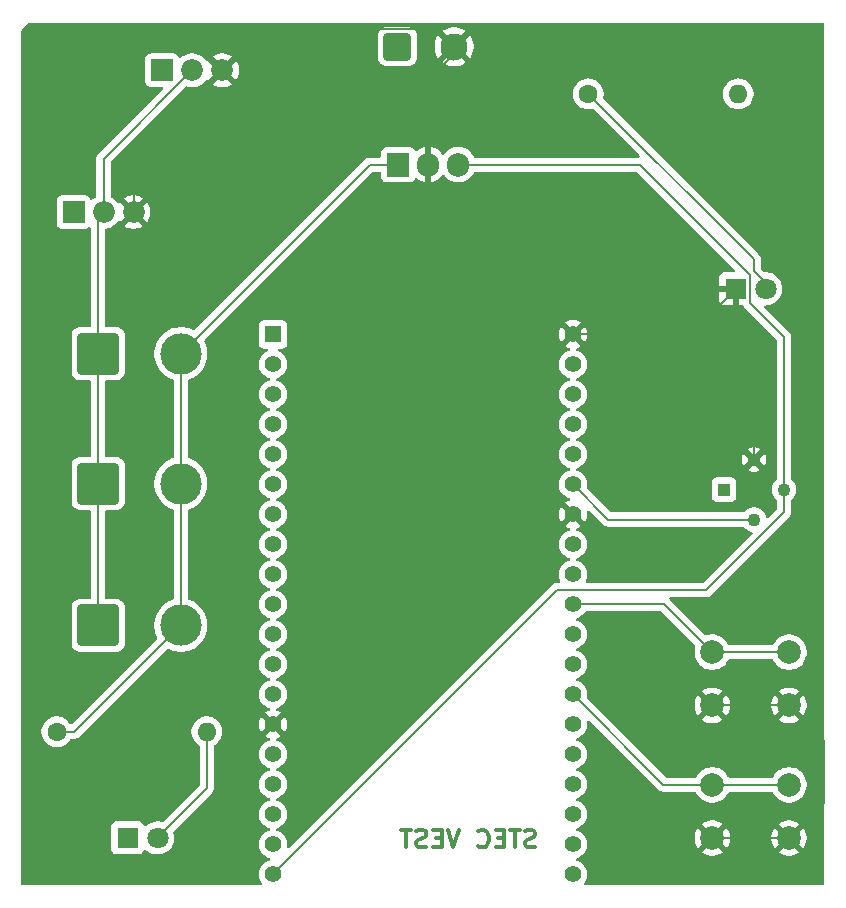
<source format=gbr>
%TF.GenerationSoftware,KiCad,Pcbnew,9.0.0*%
%TF.CreationDate,2025-03-04T06:42:26+08:00*%
%TF.ProjectId,STEC_Design,53544543-5f44-4657-9369-676e2e6b6963,0*%
%TF.SameCoordinates,Original*%
%TF.FileFunction,Copper,L2,Bot*%
%TF.FilePolarity,Positive*%
%FSLAX46Y46*%
G04 Gerber Fmt 4.6, Leading zero omitted, Abs format (unit mm)*
G04 Created by KiCad (PCBNEW 9.0.0) date 2025-03-04 06:42:26*
%MOMM*%
%LPD*%
G01*
G04 APERTURE LIST*
G04 Aperture macros list*
%AMRoundRect*
0 Rectangle with rounded corners*
0 $1 Rounding radius*
0 $2 $3 $4 $5 $6 $7 $8 $9 X,Y pos of 4 corners*
0 Add a 4 corners polygon primitive as box body*
4,1,4,$2,$3,$4,$5,$6,$7,$8,$9,$2,$3,0*
0 Add four circle primitives for the rounded corners*
1,1,$1+$1,$2,$3*
1,1,$1+$1,$4,$5*
1,1,$1+$1,$6,$7*
1,1,$1+$1,$8,$9*
0 Add four rect primitives between the rounded corners*
20,1,$1+$1,$2,$3,$4,$5,0*
20,1,$1+$1,$4,$5,$6,$7,0*
20,1,$1+$1,$6,$7,$8,$9,0*
20,1,$1+$1,$8,$9,$2,$3,0*%
G04 Aperture macros list end*
%ADD10C,0.300000*%
%TA.AperFunction,NonConductor*%
%ADD11C,0.300000*%
%TD*%
%TA.AperFunction,ComponentPad*%
%ADD12R,1.800000X1.800000*%
%TD*%
%TA.AperFunction,ComponentPad*%
%ADD13C,1.800000*%
%TD*%
%TA.AperFunction,ComponentPad*%
%ADD14R,1.090000X1.090000*%
%TD*%
%TA.AperFunction,ComponentPad*%
%ADD15C,1.090000*%
%TD*%
%TA.AperFunction,ComponentPad*%
%ADD16R,1.905000X2.000000*%
%TD*%
%TA.AperFunction,ComponentPad*%
%ADD17O,1.905000X2.000000*%
%TD*%
%TA.AperFunction,ComponentPad*%
%ADD18C,1.600000*%
%TD*%
%TA.AperFunction,ComponentPad*%
%ADD19O,1.600000X1.600000*%
%TD*%
%TA.AperFunction,ComponentPad*%
%ADD20RoundRect,0.250001X-0.899999X-0.899999X0.899999X-0.899999X0.899999X0.899999X-0.899999X0.899999X0*%
%TD*%
%TA.AperFunction,ComponentPad*%
%ADD21C,2.300000*%
%TD*%
%TA.AperFunction,ComponentPad*%
%ADD22R,1.845000X1.845000*%
%TD*%
%TA.AperFunction,ComponentPad*%
%ADD23C,1.845000*%
%TD*%
%TA.AperFunction,ComponentPad*%
%ADD24RoundRect,0.250002X-1.499998X-1.499998X1.499998X-1.499998X1.499998X1.499998X-1.499998X1.499998X0*%
%TD*%
%TA.AperFunction,ComponentPad*%
%ADD25C,3.500000*%
%TD*%
%TA.AperFunction,ComponentPad*%
%ADD26C,2.000000*%
%TD*%
%TA.AperFunction,ComponentPad*%
%ADD27R,1.408000X1.408000*%
%TD*%
%TA.AperFunction,ComponentPad*%
%ADD28C,1.408000*%
%TD*%
%TA.AperFunction,Conductor*%
%ADD29C,0.200000*%
%TD*%
G04 APERTURE END LIST*
D10*
D11*
X155516917Y-130729400D02*
X155302632Y-130800828D01*
X155302632Y-130800828D02*
X154945489Y-130800828D01*
X154945489Y-130800828D02*
X154802632Y-130729400D01*
X154802632Y-130729400D02*
X154731203Y-130657971D01*
X154731203Y-130657971D02*
X154659774Y-130515114D01*
X154659774Y-130515114D02*
X154659774Y-130372257D01*
X154659774Y-130372257D02*
X154731203Y-130229400D01*
X154731203Y-130229400D02*
X154802632Y-130157971D01*
X154802632Y-130157971D02*
X154945489Y-130086542D01*
X154945489Y-130086542D02*
X155231203Y-130015114D01*
X155231203Y-130015114D02*
X155374060Y-129943685D01*
X155374060Y-129943685D02*
X155445489Y-129872257D01*
X155445489Y-129872257D02*
X155516917Y-129729400D01*
X155516917Y-129729400D02*
X155516917Y-129586542D01*
X155516917Y-129586542D02*
X155445489Y-129443685D01*
X155445489Y-129443685D02*
X155374060Y-129372257D01*
X155374060Y-129372257D02*
X155231203Y-129300828D01*
X155231203Y-129300828D02*
X154874060Y-129300828D01*
X154874060Y-129300828D02*
X154659774Y-129372257D01*
X154231203Y-129300828D02*
X153374061Y-129300828D01*
X153802632Y-130800828D02*
X153802632Y-129300828D01*
X152874061Y-130015114D02*
X152374061Y-130015114D01*
X152159775Y-130800828D02*
X152874061Y-130800828D01*
X152874061Y-130800828D02*
X152874061Y-129300828D01*
X152874061Y-129300828D02*
X152159775Y-129300828D01*
X150659775Y-130657971D02*
X150731203Y-130729400D01*
X150731203Y-130729400D02*
X150945489Y-130800828D01*
X150945489Y-130800828D02*
X151088346Y-130800828D01*
X151088346Y-130800828D02*
X151302632Y-130729400D01*
X151302632Y-130729400D02*
X151445489Y-130586542D01*
X151445489Y-130586542D02*
X151516918Y-130443685D01*
X151516918Y-130443685D02*
X151588346Y-130157971D01*
X151588346Y-130157971D02*
X151588346Y-129943685D01*
X151588346Y-129943685D02*
X151516918Y-129657971D01*
X151516918Y-129657971D02*
X151445489Y-129515114D01*
X151445489Y-129515114D02*
X151302632Y-129372257D01*
X151302632Y-129372257D02*
X151088346Y-129300828D01*
X151088346Y-129300828D02*
X150945489Y-129300828D01*
X150945489Y-129300828D02*
X150731203Y-129372257D01*
X150731203Y-129372257D02*
X150659775Y-129443685D01*
X149088346Y-129300828D02*
X148588346Y-130800828D01*
X148588346Y-130800828D02*
X148088346Y-129300828D01*
X147588347Y-130015114D02*
X147088347Y-130015114D01*
X146874061Y-130800828D02*
X147588347Y-130800828D01*
X147588347Y-130800828D02*
X147588347Y-129300828D01*
X147588347Y-129300828D02*
X146874061Y-129300828D01*
X146302632Y-130729400D02*
X146088347Y-130800828D01*
X146088347Y-130800828D02*
X145731204Y-130800828D01*
X145731204Y-130800828D02*
X145588347Y-130729400D01*
X145588347Y-130729400D02*
X145516918Y-130657971D01*
X145516918Y-130657971D02*
X145445489Y-130515114D01*
X145445489Y-130515114D02*
X145445489Y-130372257D01*
X145445489Y-130372257D02*
X145516918Y-130229400D01*
X145516918Y-130229400D02*
X145588347Y-130157971D01*
X145588347Y-130157971D02*
X145731204Y-130086542D01*
X145731204Y-130086542D02*
X146016918Y-130015114D01*
X146016918Y-130015114D02*
X146159775Y-129943685D01*
X146159775Y-129943685D02*
X146231204Y-129872257D01*
X146231204Y-129872257D02*
X146302632Y-129729400D01*
X146302632Y-129729400D02*
X146302632Y-129586542D01*
X146302632Y-129586542D02*
X146231204Y-129443685D01*
X146231204Y-129443685D02*
X146159775Y-129372257D01*
X146159775Y-129372257D02*
X146016918Y-129300828D01*
X146016918Y-129300828D02*
X145659775Y-129300828D01*
X145659775Y-129300828D02*
X145445489Y-129372257D01*
X145016918Y-129300828D02*
X144159776Y-129300828D01*
X144588347Y-130800828D02*
X144588347Y-129300828D01*
D12*
%TO.P,D2,1,K*%
%TO.N,GND*%
X172475000Y-83500000D03*
D13*
%TO.P,D2,2,A*%
%TO.N,Net-(D2-A)*%
X175015000Y-83500000D03*
%TD*%
D14*
%TO.P,U2,1,SCL/VZ*%
%TO.N,Net-(U2-SCL{slash}VZ)*%
X171488100Y-100500000D03*
D15*
%TO.P,U2,2,SDA/PWM*%
%TO.N,Net-(U2-SDA{slash}PWM)*%
X174028100Y-103040000D03*
%TO.P,U2,3,VDD*%
%TO.N,+5V*%
X176568100Y-100500000D03*
%TO.P,U2,4,VSS*%
%TO.N,GND*%
X174028100Y-97960000D03*
%TD*%
D16*
%TO.P,U1,1,IN*%
%TO.N,+12V*%
X143920000Y-73000000D03*
D17*
%TO.P,U1,2,GND*%
%TO.N,GND*%
X146460000Y-73000000D03*
%TO.P,U1,3,OUT*%
%TO.N,+5V*%
X149000000Y-73000000D03*
%TD*%
D12*
%TO.P,D1,1,K*%
%TO.N,Net-(D1-K)*%
X121000000Y-130000000D03*
D13*
%TO.P,D1,2,A*%
%TO.N,Net-(D1-A)*%
X123540000Y-130000000D03*
%TD*%
D18*
%TO.P,R1,1*%
%TO.N,+12V*%
X115000000Y-121000000D03*
D19*
%TO.P,R1,2*%
%TO.N,Net-(D1-A)*%
X127700000Y-121000000D03*
%TD*%
D20*
%TO.P,BT1,1,+*%
%TO.N,+12V*%
X143835642Y-63000000D03*
D21*
%TO.P,BT1,2,-*%
%TO.N,GND*%
X148635642Y-63000000D03*
%TD*%
D22*
%TO.P,Q1,1,G*%
%TO.N,Net-(Q1-G)*%
X123920000Y-65000000D03*
D23*
%TO.P,Q1,2,D*%
%TO.N,Net-(D1-K)*%
X126460000Y-65000000D03*
%TO.P,Q1,3,S*%
%TO.N,GND*%
X129000000Y-65000000D03*
%TD*%
D24*
%TO.P,PE1,1*%
%TO.N,Net-(D1-K)*%
X118500000Y-89000000D03*
D25*
%TO.P,PE1,2*%
%TO.N,+12V*%
X125500000Y-89000000D03*
%TD*%
D24*
%TO.P,PE2,1*%
%TO.N,Net-(D1-K)*%
X118500000Y-100000000D03*
D25*
%TO.P,PE2,2*%
%TO.N,+12V*%
X125500000Y-100000000D03*
%TD*%
D26*
%TO.P,SW2,1,1*%
%TO.N,Net-(U4-IO5)*%
X170500000Y-114265000D03*
X177000000Y-114265000D03*
%TO.P,SW2,2,2*%
%TO.N,GND*%
X170500000Y-118765000D03*
X177000000Y-118765000D03*
%TD*%
%TO.P,SW1,1,1*%
%TO.N,Net-(U4-IO4)*%
X170500000Y-125500000D03*
X177000000Y-125500000D03*
%TO.P,SW1,2,2*%
%TO.N,GND*%
X170500000Y-130000000D03*
X177000000Y-130000000D03*
%TD*%
D22*
%TO.P,Q2,1,G*%
%TO.N,Net-(Q1-G)*%
X116420000Y-77000000D03*
D23*
%TO.P,Q2,2,D*%
%TO.N,Net-(D1-K)*%
X118960000Y-77000000D03*
%TO.P,Q2,3,S*%
%TO.N,GND*%
X121500000Y-77000000D03*
%TD*%
D24*
%TO.P,PE3,1*%
%TO.N,Net-(D1-K)*%
X118500000Y-112000000D03*
D25*
%TO.P,PE3,2*%
%TO.N,+12V*%
X125500000Y-112000000D03*
%TD*%
D27*
%TO.P,U4,J2_1,3V3*%
%TO.N,unconnected-(U4-3V3-PadJ2_1)*%
X133308142Y-87360000D03*
D28*
%TO.P,U4,J2_2,EN*%
%TO.N,unconnected-(U4-EN-PadJ2_2)*%
X133308142Y-89900000D03*
%TO.P,U4,J2_3,SENSOR_VP*%
%TO.N,unconnected-(U4-SENSOR_VP-PadJ2_3)*%
X133308142Y-92440000D03*
%TO.P,U4,J2_4,SENSOR_VN*%
%TO.N,unconnected-(U4-SENSOR_VN-PadJ2_4)*%
X133308142Y-94980000D03*
%TO.P,U4,J2_5,IO34*%
%TO.N,unconnected-(U4-IO34-PadJ2_5)*%
X133308142Y-97520000D03*
%TO.P,U4,J2_6,IO35*%
%TO.N,unconnected-(U4-IO35-PadJ2_6)*%
X133308142Y-100060000D03*
%TO.P,U4,J2_7,IO32*%
%TO.N,unconnected-(U4-IO32-PadJ2_7)*%
X133308142Y-102600000D03*
%TO.P,U4,J2_8,IO33*%
%TO.N,unconnected-(U4-IO33-PadJ2_8)*%
X133308142Y-105140000D03*
%TO.P,U4,J2_9,IO25*%
%TO.N,unconnected-(U4-IO25-PadJ2_9)*%
X133308142Y-107680000D03*
%TO.P,U4,J2_10,IO26*%
%TO.N,unconnected-(U4-IO26-PadJ2_10)*%
X133308142Y-110220000D03*
%TO.P,U4,J2_11,IO27*%
%TO.N,unconnected-(U4-IO27-PadJ2_11)*%
X133308142Y-112760000D03*
%TO.P,U4,J2_12,IO14*%
%TO.N,unconnected-(U4-IO14-PadJ2_12)*%
X133308142Y-115300000D03*
%TO.P,U4,J2_13,IO12*%
%TO.N,unconnected-(U4-IO12-PadJ2_13)*%
X133308142Y-117840000D03*
%TO.P,U4,J2_14,GND_J2_14*%
%TO.N,GND*%
X133308142Y-120380000D03*
%TO.P,U4,J2_15,IO13*%
%TO.N,unconnected-(U4-IO13-PadJ2_15)*%
X133308142Y-122920000D03*
%TO.P,U4,J2_16,SD2*%
%TO.N,unconnected-(U4-SD2-PadJ2_16)*%
X133308142Y-125460000D03*
%TO.P,U4,J2_17,SD3*%
%TO.N,unconnected-(U4-SD3-PadJ2_17)*%
X133308142Y-128000000D03*
%TO.P,U4,J2_18,CMD*%
%TO.N,unconnected-(U4-CMD-PadJ2_18)*%
X133308142Y-130540000D03*
%TO.P,U4,J2_19,EXT_5V*%
%TO.N,+5V*%
X133308142Y-133080000D03*
%TO.P,U4,J3_1,GND_J3_1*%
%TO.N,GND*%
X158708142Y-87360000D03*
%TO.P,U4,J3_2,IO23*%
%TO.N,Net-(U4-IO23)*%
X158708142Y-89900000D03*
%TO.P,U4,J3_3,IO22*%
%TO.N,Net-(U2-SCL{slash}VZ)*%
X158708142Y-92440000D03*
%TO.P,U4,J3_4,TXD0*%
%TO.N,unconnected-(U4-TXD0-PadJ3_4)*%
X158708142Y-94980000D03*
%TO.P,U4,J3_5,RXD0*%
%TO.N,unconnected-(U4-RXD0-PadJ3_5)*%
X158708142Y-97520000D03*
%TO.P,U4,J3_6,IO21*%
%TO.N,Net-(U2-SDA{slash}PWM)*%
X158708142Y-100060000D03*
%TO.P,U4,J3_7,GND_J3_7*%
%TO.N,GND*%
X158708142Y-102600000D03*
%TO.P,U4,J3_8,IO19*%
%TO.N,unconnected-(U4-IO19-PadJ3_8)*%
X158708142Y-105140000D03*
%TO.P,U4,J3_9,IO18*%
%TO.N,Net-(Q1-G)*%
X158708142Y-107680000D03*
%TO.P,U4,J3_10,IO5*%
%TO.N,Net-(U4-IO5)*%
X158708142Y-110220000D03*
%TO.P,U4,J3_11,IO17*%
%TO.N,unconnected-(U4-IO17-PadJ3_11)*%
X158708142Y-112760000D03*
%TO.P,U4,J3_12,IO16*%
%TO.N,unconnected-(U4-IO16-PadJ3_12)*%
X158708142Y-115300000D03*
%TO.P,U4,J3_13,IO4*%
%TO.N,Net-(U4-IO4)*%
X158708142Y-117840000D03*
%TO.P,U4,J3_14,IO0*%
%TO.N,unconnected-(U4-IO0-PadJ3_14)*%
X158708142Y-120380000D03*
%TO.P,U4,J3_15,IO2*%
%TO.N,unconnected-(U4-IO2-PadJ3_15)*%
X158708142Y-122920000D03*
%TO.P,U4,J3_16,IO15*%
%TO.N,unconnected-(U4-IO15-PadJ3_16)*%
X158708142Y-125460000D03*
%TO.P,U4,J3_17,SD1*%
%TO.N,unconnected-(U4-SD1-PadJ3_17)*%
X158708142Y-128000000D03*
%TO.P,U4,J3_18,SD0*%
%TO.N,unconnected-(U4-SD0-PadJ3_18)*%
X158708142Y-130540000D03*
%TO.P,U4,J3_19,CLK*%
%TO.N,unconnected-(U4-CLK-PadJ3_19)*%
X158708142Y-133080000D03*
%TD*%
D18*
%TO.P,R2,1*%
%TO.N,Net-(D2-A)*%
X160000000Y-67000000D03*
D19*
%TO.P,R2,2*%
%TO.N,Net-(U4-IO23)*%
X172700000Y-67000000D03*
%TD*%
D29*
%TO.N,+12V*%
X141500000Y-73000000D02*
X143920000Y-73000000D01*
X125500000Y-112000000D02*
X116500000Y-121000000D01*
X125500000Y-100000000D02*
X125500000Y-112000000D01*
X125500000Y-89000000D02*
X141500000Y-73000000D01*
X125500000Y-89000000D02*
X125500000Y-100000000D01*
X116500000Y-121000000D02*
X115000000Y-121000000D01*
%TO.N,GND*%
X180000000Y-127000000D02*
X177000000Y-130000000D01*
X132451000Y-61549000D02*
X147184642Y-61549000D01*
X168615000Y-87360000D02*
X172475000Y-83500000D01*
X146460000Y-73000000D02*
X146460000Y-75111858D01*
X174028100Y-97960000D02*
X174028100Y-92773100D01*
X146460000Y-75111858D02*
X158708142Y-87360000D01*
X177000000Y-118765000D02*
X180000000Y-121765000D01*
X157000000Y-100891858D02*
X158708142Y-102600000D01*
X147184642Y-61549000D02*
X148635642Y-63000000D01*
X129000000Y-65000000D02*
X121500000Y-72500000D01*
X129000000Y-65000000D02*
X132451000Y-61549000D01*
X158708142Y-87360000D02*
X168615000Y-87360000D01*
X177000000Y-118765000D02*
X170500000Y-118765000D01*
X121500000Y-72500000D02*
X121500000Y-77000000D01*
X148635642Y-63000000D02*
X148635642Y-63635642D01*
X180000000Y-121765000D02*
X180000000Y-127000000D01*
X174028100Y-92773100D02*
X168615000Y-87360000D01*
X157000000Y-89068142D02*
X157000000Y-100891858D01*
X177000000Y-130000000D02*
X170500000Y-130000000D01*
X158708142Y-87360000D02*
X157000000Y-89068142D01*
X146460000Y-65811284D02*
X146460000Y-73000000D01*
X148635642Y-63635642D02*
X146460000Y-65811284D01*
%TO.N,Net-(D1-A)*%
X127700000Y-121000000D02*
X127700000Y-125800000D01*
X127700000Y-125800000D02*
X123540000Y-129960000D01*
X123540000Y-129960000D02*
X123540000Y-130000000D01*
%TO.N,Net-(D1-K)*%
X126460000Y-65000000D02*
X118960000Y-72500000D01*
X118500000Y-89000000D02*
X118500000Y-77460000D01*
X118500000Y-100000000D02*
X118500000Y-112000000D01*
X118500000Y-112000000D02*
X119000000Y-112000000D01*
X118500000Y-77460000D02*
X118960000Y-77000000D01*
X118960000Y-72500000D02*
X118960000Y-77000000D01*
X118500000Y-100000000D02*
X118500000Y-89000000D01*
%TO.N,Net-(D2-A)*%
X175015000Y-83015000D02*
X174000000Y-82000000D01*
X174000000Y-81000000D02*
X160000000Y-67000000D01*
X174000000Y-82000000D02*
X174000000Y-81000000D01*
X175015000Y-83500000D02*
X175015000Y-83015000D01*
%TO.N,Net-(U4-IO4)*%
X170500000Y-125500000D02*
X177000000Y-125500000D01*
X166368142Y-125500000D02*
X158708142Y-117840000D01*
X170500000Y-125500000D02*
X166368142Y-125500000D01*
%TO.N,Net-(U4-IO5)*%
X177000000Y-114265000D02*
X170500000Y-114265000D01*
X166455000Y-110220000D02*
X158708142Y-110220000D01*
X170500000Y-114265000D02*
X166455000Y-110220000D01*
%TO.N,+5V*%
X173676000Y-82299000D02*
X173676000Y-84701000D01*
X170000000Y-109000000D02*
X176568100Y-102431900D01*
X133308142Y-133080000D02*
X157388142Y-109000000D01*
X149000000Y-73000000D02*
X164377000Y-73000000D01*
X176568100Y-102431900D02*
X176568100Y-100500000D01*
X164377000Y-73000000D02*
X173676000Y-82299000D01*
X176568100Y-87593100D02*
X176568100Y-100500000D01*
X157388142Y-109000000D02*
X170000000Y-109000000D01*
X173676000Y-84701000D02*
X176568100Y-87593100D01*
%TO.N,Net-(U2-SDA{slash}PWM)*%
X161688142Y-103040000D02*
X158708142Y-100060000D01*
X174028100Y-103040000D02*
X161688142Y-103040000D01*
%TD*%
%TA.AperFunction,Conductor*%
%TO.N,GND*%
G36*
X179913970Y-61019685D02*
G01*
X179934609Y-61036317D01*
X179963681Y-61065389D01*
X179997166Y-61126711D01*
X180000000Y-61153069D01*
X180000000Y-133876000D01*
X179980315Y-133943039D01*
X179927511Y-133988794D01*
X179876000Y-134000000D01*
X159771930Y-134000000D01*
X159704891Y-133980315D01*
X159659136Y-133927511D01*
X159649192Y-133858353D01*
X159671613Y-133803114D01*
X159738320Y-133711300D01*
X159738319Y-133711300D01*
X159738323Y-133711296D01*
X159824396Y-133542368D01*
X159882984Y-133362055D01*
X159899460Y-133258022D01*
X159912642Y-133174800D01*
X159912642Y-132985199D01*
X159892034Y-132855087D01*
X159882984Y-132797945D01*
X159824396Y-132617632D01*
X159824394Y-132617629D01*
X159824394Y-132617627D01*
X159738322Y-132448703D01*
X159676698Y-132363885D01*
X159626883Y-132295321D01*
X159492821Y-132161259D01*
X159339438Y-132049819D01*
X159170510Y-131963746D01*
X159060281Y-131927930D01*
X159002607Y-131888493D01*
X158975409Y-131824135D01*
X158987324Y-131755288D01*
X159034568Y-131703813D01*
X159060280Y-131692070D01*
X159170510Y-131656254D01*
X159339438Y-131570181D01*
X159492821Y-131458741D01*
X159626883Y-131324679D01*
X159738323Y-131171296D01*
X159824396Y-131002368D01*
X159882984Y-130822055D01*
X159902235Y-130700507D01*
X159912642Y-130634800D01*
X159912642Y-130445199D01*
X159894072Y-130327952D01*
X159882984Y-130257945D01*
X159824396Y-130077632D01*
X159738323Y-129908704D01*
X159718883Y-129881947D01*
X169000000Y-129881947D01*
X169000000Y-130118052D01*
X169036934Y-130351247D01*
X169109897Y-130575802D01*
X169217087Y-130786174D01*
X169277338Y-130869104D01*
X169277340Y-130869105D01*
X169976212Y-130170233D01*
X169987482Y-130212292D01*
X170059890Y-130337708D01*
X170162292Y-130440110D01*
X170287708Y-130512518D01*
X170329765Y-130523787D01*
X169630893Y-131222658D01*
X169713828Y-131282914D01*
X169924197Y-131390102D01*
X170148752Y-131463065D01*
X170148751Y-131463065D01*
X170381948Y-131500000D01*
X170618052Y-131500000D01*
X170851247Y-131463065D01*
X171075802Y-131390102D01*
X171286163Y-131282918D01*
X171286169Y-131282914D01*
X171369104Y-131222658D01*
X171369105Y-131222658D01*
X170670233Y-130523787D01*
X170712292Y-130512518D01*
X170837708Y-130440110D01*
X170940110Y-130337708D01*
X171012518Y-130212292D01*
X171023787Y-130170233D01*
X171722658Y-130869105D01*
X171722658Y-130869104D01*
X171782914Y-130786169D01*
X171782918Y-130786163D01*
X171890102Y-130575802D01*
X171963065Y-130351247D01*
X172000000Y-130118052D01*
X172000000Y-129881947D01*
X175500000Y-129881947D01*
X175500000Y-130118052D01*
X175536934Y-130351247D01*
X175609897Y-130575802D01*
X175717087Y-130786174D01*
X175777338Y-130869104D01*
X175777340Y-130869105D01*
X176476212Y-130170233D01*
X176487482Y-130212292D01*
X176559890Y-130337708D01*
X176662292Y-130440110D01*
X176787708Y-130512518D01*
X176829765Y-130523787D01*
X176130893Y-131222658D01*
X176213828Y-131282914D01*
X176424197Y-131390102D01*
X176648752Y-131463065D01*
X176648751Y-131463065D01*
X176881948Y-131500000D01*
X177118052Y-131500000D01*
X177351247Y-131463065D01*
X177575802Y-131390102D01*
X177786163Y-131282918D01*
X177786169Y-131282914D01*
X177869104Y-131222658D01*
X177869105Y-131222658D01*
X177170233Y-130523787D01*
X177212292Y-130512518D01*
X177337708Y-130440110D01*
X177440110Y-130337708D01*
X177512518Y-130212292D01*
X177523787Y-130170233D01*
X178222658Y-130869105D01*
X178222658Y-130869104D01*
X178282914Y-130786169D01*
X178282918Y-130786163D01*
X178390102Y-130575802D01*
X178463065Y-130351247D01*
X178500000Y-130118052D01*
X178500000Y-129881947D01*
X178463065Y-129648752D01*
X178390102Y-129424197D01*
X178282914Y-129213828D01*
X178222658Y-129130894D01*
X178222658Y-129130893D01*
X177523787Y-129829765D01*
X177512518Y-129787708D01*
X177440110Y-129662292D01*
X177337708Y-129559890D01*
X177212292Y-129487482D01*
X177170234Y-129476212D01*
X177869105Y-128777340D01*
X177869104Y-128777338D01*
X177786174Y-128717087D01*
X177575802Y-128609897D01*
X177351247Y-128536934D01*
X177351248Y-128536934D01*
X177118052Y-128500000D01*
X176881948Y-128500000D01*
X176648752Y-128536934D01*
X176424197Y-128609897D01*
X176213830Y-128717084D01*
X176130894Y-128777340D01*
X176829766Y-129476212D01*
X176787708Y-129487482D01*
X176662292Y-129559890D01*
X176559890Y-129662292D01*
X176487482Y-129787708D01*
X176476212Y-129829766D01*
X175777340Y-129130894D01*
X175717084Y-129213830D01*
X175609897Y-129424197D01*
X175536934Y-129648752D01*
X175500000Y-129881947D01*
X172000000Y-129881947D01*
X171963065Y-129648752D01*
X171890102Y-129424197D01*
X171782914Y-129213828D01*
X171722658Y-129130894D01*
X171722658Y-129130893D01*
X171023787Y-129829765D01*
X171012518Y-129787708D01*
X170940110Y-129662292D01*
X170837708Y-129559890D01*
X170712292Y-129487482D01*
X170670234Y-129476212D01*
X171369105Y-128777340D01*
X171369104Y-128777339D01*
X171286174Y-128717087D01*
X171075802Y-128609897D01*
X170851247Y-128536934D01*
X170851248Y-128536934D01*
X170618052Y-128500000D01*
X170381948Y-128500000D01*
X170148752Y-128536934D01*
X169924197Y-128609897D01*
X169713830Y-128717084D01*
X169630894Y-128777340D01*
X170329766Y-129476212D01*
X170287708Y-129487482D01*
X170162292Y-129559890D01*
X170059890Y-129662292D01*
X169987482Y-129787708D01*
X169976212Y-129829765D01*
X169277340Y-129130894D01*
X169217084Y-129213830D01*
X169109897Y-129424197D01*
X169036934Y-129648752D01*
X169000000Y-129881947D01*
X159718883Y-129881947D01*
X159626883Y-129755321D01*
X159492821Y-129621259D01*
X159339438Y-129509819D01*
X159170510Y-129423746D01*
X159060281Y-129387930D01*
X159002607Y-129348493D01*
X158975409Y-129284135D01*
X158987324Y-129215288D01*
X159034568Y-129163813D01*
X159060280Y-129152070D01*
X159170510Y-129116254D01*
X159339438Y-129030181D01*
X159492821Y-128918741D01*
X159626883Y-128784679D01*
X159738323Y-128631296D01*
X159824396Y-128462368D01*
X159882984Y-128282055D01*
X159899460Y-128178022D01*
X159912642Y-128094800D01*
X159912642Y-127905199D01*
X159896165Y-127801171D01*
X159882984Y-127717945D01*
X159824396Y-127537632D01*
X159824394Y-127537629D01*
X159824394Y-127537627D01*
X159738322Y-127368703D01*
X159626883Y-127215321D01*
X159492821Y-127081259D01*
X159339438Y-126969819D01*
X159170510Y-126883746D01*
X159060281Y-126847930D01*
X159002607Y-126808493D01*
X158975409Y-126744135D01*
X158987324Y-126675288D01*
X159034568Y-126623813D01*
X159060280Y-126612070D01*
X159170510Y-126576254D01*
X159339438Y-126490181D01*
X159492821Y-126378741D01*
X159626883Y-126244679D01*
X159738323Y-126091296D01*
X159824396Y-125922368D01*
X159882984Y-125742055D01*
X159899460Y-125638022D01*
X159912642Y-125554800D01*
X159912642Y-125365199D01*
X159896165Y-125261171D01*
X159882984Y-125177945D01*
X159824396Y-124997632D01*
X159824394Y-124997629D01*
X159824394Y-124997627D01*
X159755890Y-124863181D01*
X159738323Y-124828704D01*
X159626883Y-124675321D01*
X159492821Y-124541259D01*
X159339438Y-124429819D01*
X159170510Y-124343746D01*
X159060281Y-124307930D01*
X159002607Y-124268493D01*
X158975409Y-124204135D01*
X158987324Y-124135288D01*
X159034568Y-124083813D01*
X159060280Y-124072070D01*
X159170510Y-124036254D01*
X159339438Y-123950181D01*
X159492821Y-123838741D01*
X159626883Y-123704679D01*
X159738323Y-123551296D01*
X159824396Y-123382368D01*
X159882984Y-123202055D01*
X159899460Y-123098022D01*
X159912642Y-123014800D01*
X159912642Y-122825199D01*
X159896165Y-122721171D01*
X159882984Y-122637945D01*
X159824396Y-122457632D01*
X159824394Y-122457629D01*
X159824394Y-122457627D01*
X159738322Y-122288703D01*
X159723627Y-122268477D01*
X159626883Y-122135321D01*
X159492821Y-122001259D01*
X159339438Y-121889819D01*
X159170510Y-121803746D01*
X159060281Y-121767930D01*
X159002607Y-121728493D01*
X158975409Y-121664135D01*
X158987324Y-121595288D01*
X159034568Y-121543813D01*
X159060280Y-121532070D01*
X159170510Y-121496254D01*
X159339438Y-121410181D01*
X159492821Y-121298741D01*
X159626883Y-121164679D01*
X159738323Y-121011296D01*
X159824396Y-120842368D01*
X159882984Y-120662055D01*
X159908527Y-120500781D01*
X159912642Y-120474800D01*
X159912642Y-120285199D01*
X159898672Y-120196998D01*
X159907626Y-120127705D01*
X159952623Y-120074253D01*
X160019374Y-120053613D01*
X160086688Y-120072338D01*
X160108826Y-120089919D01*
X165883281Y-125864374D01*
X165883291Y-125864385D01*
X165887621Y-125868715D01*
X165887622Y-125868716D01*
X165999426Y-125980520D01*
X166086237Y-126030639D01*
X166086239Y-126030641D01*
X166124293Y-126052611D01*
X166136357Y-126059577D01*
X166289085Y-126100501D01*
X166289088Y-126100501D01*
X166454795Y-126100501D01*
X166454811Y-126100500D01*
X169045932Y-126100500D01*
X169112971Y-126120185D01*
X169156416Y-126168203D01*
X169216657Y-126286433D01*
X169355483Y-126477510D01*
X169522490Y-126644517D01*
X169713567Y-126783343D01*
X169762927Y-126808493D01*
X169924003Y-126890566D01*
X169924005Y-126890566D01*
X169924008Y-126890568D01*
X170044412Y-126929689D01*
X170148631Y-126963553D01*
X170381903Y-127000500D01*
X170381908Y-127000500D01*
X170618097Y-127000500D01*
X170851368Y-126963553D01*
X171075992Y-126890568D01*
X171286433Y-126783343D01*
X171477510Y-126644517D01*
X171644517Y-126477510D01*
X171783343Y-126286433D01*
X171843583Y-126168204D01*
X171891558Y-126117409D01*
X171954068Y-126100500D01*
X175545932Y-126100500D01*
X175612971Y-126120185D01*
X175656416Y-126168203D01*
X175716657Y-126286433D01*
X175855483Y-126477510D01*
X176022490Y-126644517D01*
X176213567Y-126783343D01*
X176262927Y-126808493D01*
X176424003Y-126890566D01*
X176424005Y-126890566D01*
X176424008Y-126890568D01*
X176544412Y-126929689D01*
X176648631Y-126963553D01*
X176881903Y-127000500D01*
X176881908Y-127000500D01*
X177118097Y-127000500D01*
X177351368Y-126963553D01*
X177575992Y-126890568D01*
X177786433Y-126783343D01*
X177977510Y-126644517D01*
X178144517Y-126477510D01*
X178283343Y-126286433D01*
X178390568Y-126075992D01*
X178463553Y-125851368D01*
X178500500Y-125618097D01*
X178500500Y-125381902D01*
X178463553Y-125148631D01*
X178390566Y-124924003D01*
X178283342Y-124713566D01*
X178144517Y-124522490D01*
X177977510Y-124355483D01*
X177786433Y-124216657D01*
X177761857Y-124204135D01*
X177575996Y-124109433D01*
X177351368Y-124036446D01*
X177118097Y-123999500D01*
X177118092Y-123999500D01*
X176881908Y-123999500D01*
X176881903Y-123999500D01*
X176648631Y-124036446D01*
X176424003Y-124109433D01*
X176213566Y-124216657D01*
X176160104Y-124255500D01*
X176022490Y-124355483D01*
X176022488Y-124355485D01*
X176022487Y-124355485D01*
X175855485Y-124522487D01*
X175855485Y-124522488D01*
X175855483Y-124522490D01*
X175841846Y-124541260D01*
X175716657Y-124713566D01*
X175656417Y-124831795D01*
X175608442Y-124882591D01*
X175545932Y-124899500D01*
X171954068Y-124899500D01*
X171887029Y-124879815D01*
X171843583Y-124831795D01*
X171783342Y-124713566D01*
X171644517Y-124522490D01*
X171477510Y-124355483D01*
X171286433Y-124216657D01*
X171261857Y-124204135D01*
X171075996Y-124109433D01*
X170851368Y-124036446D01*
X170618097Y-123999500D01*
X170618092Y-123999500D01*
X170381908Y-123999500D01*
X170381903Y-123999500D01*
X170148631Y-124036446D01*
X169924003Y-124109433D01*
X169713566Y-124216657D01*
X169660104Y-124255500D01*
X169522490Y-124355483D01*
X169522488Y-124355485D01*
X169522487Y-124355485D01*
X169355485Y-124522487D01*
X169355485Y-124522488D01*
X169355483Y-124522490D01*
X169341846Y-124541260D01*
X169216657Y-124713566D01*
X169156417Y-124831795D01*
X169108442Y-124882591D01*
X169045932Y-124899500D01*
X166668239Y-124899500D01*
X166601200Y-124879815D01*
X166580558Y-124863181D01*
X160364324Y-118646947D01*
X169000000Y-118646947D01*
X169000000Y-118883052D01*
X169036934Y-119116247D01*
X169109897Y-119340802D01*
X169217087Y-119551174D01*
X169277338Y-119634104D01*
X169277340Y-119634105D01*
X169976212Y-118935233D01*
X169987482Y-118977292D01*
X170059890Y-119102708D01*
X170162292Y-119205110D01*
X170287708Y-119277518D01*
X170329765Y-119288787D01*
X169630893Y-119987658D01*
X169713828Y-120047914D01*
X169924197Y-120155102D01*
X170148752Y-120228065D01*
X170148751Y-120228065D01*
X170381948Y-120265000D01*
X170618052Y-120265000D01*
X170851247Y-120228065D01*
X171075802Y-120155102D01*
X171286163Y-120047918D01*
X171286169Y-120047914D01*
X171369104Y-119987658D01*
X171369105Y-119987658D01*
X170670233Y-119288787D01*
X170712292Y-119277518D01*
X170837708Y-119205110D01*
X170940110Y-119102708D01*
X171012518Y-118977292D01*
X171023787Y-118935233D01*
X171722658Y-119634105D01*
X171722658Y-119634104D01*
X171782914Y-119551169D01*
X171782918Y-119551163D01*
X171890102Y-119340802D01*
X171963065Y-119116247D01*
X172000000Y-118883052D01*
X172000000Y-118646947D01*
X175500000Y-118646947D01*
X175500000Y-118883052D01*
X175536934Y-119116247D01*
X175609897Y-119340802D01*
X175717087Y-119551174D01*
X175777338Y-119634104D01*
X175777340Y-119634105D01*
X176476212Y-118935233D01*
X176487482Y-118977292D01*
X176559890Y-119102708D01*
X176662292Y-119205110D01*
X176787708Y-119277518D01*
X176829765Y-119288787D01*
X176130893Y-119987658D01*
X176213828Y-120047914D01*
X176424197Y-120155102D01*
X176648752Y-120228065D01*
X176648751Y-120228065D01*
X176881948Y-120265000D01*
X177118052Y-120265000D01*
X177351247Y-120228065D01*
X177575802Y-120155102D01*
X177786163Y-120047918D01*
X177786169Y-120047914D01*
X177869104Y-119987658D01*
X177869105Y-119987658D01*
X177170233Y-119288787D01*
X177212292Y-119277518D01*
X177337708Y-119205110D01*
X177440110Y-119102708D01*
X177512518Y-118977292D01*
X177523787Y-118935233D01*
X178222658Y-119634105D01*
X178222658Y-119634104D01*
X178282914Y-119551169D01*
X178282918Y-119551163D01*
X178390102Y-119340802D01*
X178463065Y-119116247D01*
X178500000Y-118883052D01*
X178500000Y-118646947D01*
X178463065Y-118413752D01*
X178390102Y-118189197D01*
X178282914Y-117978828D01*
X178222658Y-117895894D01*
X178222658Y-117895893D01*
X177523787Y-118594765D01*
X177512518Y-118552708D01*
X177440110Y-118427292D01*
X177337708Y-118324890D01*
X177212292Y-118252482D01*
X177170234Y-118241212D01*
X177869105Y-117542340D01*
X177869104Y-117542338D01*
X177786174Y-117482087D01*
X177575802Y-117374897D01*
X177351247Y-117301934D01*
X177351248Y-117301934D01*
X177118052Y-117265000D01*
X176881948Y-117265000D01*
X176648752Y-117301934D01*
X176424197Y-117374897D01*
X176213830Y-117482084D01*
X176130894Y-117542340D01*
X176829766Y-118241212D01*
X176787708Y-118252482D01*
X176662292Y-118324890D01*
X176559890Y-118427292D01*
X176487482Y-118552708D01*
X176476212Y-118594766D01*
X175777340Y-117895894D01*
X175717084Y-117978830D01*
X175609897Y-118189197D01*
X175536934Y-118413752D01*
X175500000Y-118646947D01*
X172000000Y-118646947D01*
X171963065Y-118413752D01*
X171890102Y-118189197D01*
X171782914Y-117978828D01*
X171722658Y-117895894D01*
X171722658Y-117895893D01*
X171023787Y-118594765D01*
X171012518Y-118552708D01*
X170940110Y-118427292D01*
X170837708Y-118324890D01*
X170712292Y-118252482D01*
X170670234Y-118241212D01*
X171369105Y-117542340D01*
X171369104Y-117542339D01*
X171286174Y-117482087D01*
X171075802Y-117374897D01*
X170851247Y-117301934D01*
X170851248Y-117301934D01*
X170618052Y-117265000D01*
X170381948Y-117265000D01*
X170148752Y-117301934D01*
X169924197Y-117374897D01*
X169713830Y-117482084D01*
X169630894Y-117542340D01*
X170329766Y-118241212D01*
X170287708Y-118252482D01*
X170162292Y-118324890D01*
X170059890Y-118427292D01*
X169987482Y-118552708D01*
X169976212Y-118594765D01*
X169277340Y-117895894D01*
X169217084Y-117978830D01*
X169109897Y-118189197D01*
X169036934Y-118413752D01*
X169000000Y-118646947D01*
X160364324Y-118646947D01*
X159921704Y-118204327D01*
X159888219Y-118143004D01*
X159886912Y-118097252D01*
X159905668Y-117978828D01*
X159912642Y-117934800D01*
X159912642Y-117745199D01*
X159891070Y-117608997D01*
X159888328Y-117591691D01*
X159882984Y-117557945D01*
X159824396Y-117377632D01*
X159824394Y-117377629D01*
X159824394Y-117377627D01*
X159738322Y-117208703D01*
X159626883Y-117055321D01*
X159492821Y-116921259D01*
X159339438Y-116809819D01*
X159170510Y-116723746D01*
X159060281Y-116687930D01*
X159002607Y-116648493D01*
X158975409Y-116584135D01*
X158987324Y-116515288D01*
X159034568Y-116463813D01*
X159060280Y-116452070D01*
X159170510Y-116416254D01*
X159339438Y-116330181D01*
X159492821Y-116218741D01*
X159626883Y-116084679D01*
X159738323Y-115931296D01*
X159824396Y-115762368D01*
X159882984Y-115582055D01*
X159899460Y-115478022D01*
X159912642Y-115394800D01*
X159912642Y-115205199D01*
X159896165Y-115101171D01*
X159882984Y-115017945D01*
X159824396Y-114837632D01*
X159824394Y-114837629D01*
X159824394Y-114837627D01*
X159738322Y-114668703D01*
X159700298Y-114616368D01*
X159626883Y-114515321D01*
X159492821Y-114381259D01*
X159339438Y-114269819D01*
X159170510Y-114183746D01*
X159060281Y-114147930D01*
X159002607Y-114108493D01*
X158975409Y-114044135D01*
X158987324Y-113975288D01*
X159034568Y-113923813D01*
X159060280Y-113912070D01*
X159170510Y-113876254D01*
X159339438Y-113790181D01*
X159492821Y-113678741D01*
X159626883Y-113544679D01*
X159738323Y-113391296D01*
X159824396Y-113222368D01*
X159882984Y-113042055D01*
X159909532Y-112874433D01*
X159912642Y-112854800D01*
X159912642Y-112665199D01*
X159896165Y-112561171D01*
X159882984Y-112477945D01*
X159824396Y-112297632D01*
X159824394Y-112297629D01*
X159824394Y-112297627D01*
X159778988Y-112208515D01*
X159738323Y-112128704D01*
X159626883Y-111975321D01*
X159492821Y-111841259D01*
X159339438Y-111729819D01*
X159170510Y-111643746D01*
X159060281Y-111607930D01*
X159002607Y-111568493D01*
X158975409Y-111504135D01*
X158987324Y-111435288D01*
X159034568Y-111383813D01*
X159060280Y-111372070D01*
X159170510Y-111336254D01*
X159339438Y-111250181D01*
X159492821Y-111138741D01*
X159626883Y-111004679D01*
X159723561Y-110871613D01*
X159778892Y-110828949D01*
X159823879Y-110820500D01*
X166154903Y-110820500D01*
X166221942Y-110840185D01*
X166242584Y-110856819D01*
X169047200Y-113661435D01*
X169080685Y-113722758D01*
X169077450Y-113787433D01*
X169036447Y-113913628D01*
X168999500Y-114146902D01*
X168999500Y-114383097D01*
X169036446Y-114616368D01*
X169109433Y-114840996D01*
X169199594Y-115017945D01*
X169216657Y-115051433D01*
X169355483Y-115242510D01*
X169522490Y-115409517D01*
X169713567Y-115548343D01*
X169779721Y-115582050D01*
X169924003Y-115655566D01*
X169924005Y-115655566D01*
X169924008Y-115655568D01*
X170044412Y-115694689D01*
X170148631Y-115728553D01*
X170381903Y-115765500D01*
X170381908Y-115765500D01*
X170618097Y-115765500D01*
X170851368Y-115728553D01*
X171075992Y-115655568D01*
X171286433Y-115548343D01*
X171477510Y-115409517D01*
X171644517Y-115242510D01*
X171783343Y-115051433D01*
X171843583Y-114933204D01*
X171891558Y-114882409D01*
X171954068Y-114865500D01*
X175545932Y-114865500D01*
X175612971Y-114885185D01*
X175656416Y-114933203D01*
X175716657Y-115051433D01*
X175855483Y-115242510D01*
X176022490Y-115409517D01*
X176213567Y-115548343D01*
X176279721Y-115582050D01*
X176424003Y-115655566D01*
X176424005Y-115655566D01*
X176424008Y-115655568D01*
X176544412Y-115694689D01*
X176648631Y-115728553D01*
X176881903Y-115765500D01*
X176881908Y-115765500D01*
X177118097Y-115765500D01*
X177351368Y-115728553D01*
X177575992Y-115655568D01*
X177786433Y-115548343D01*
X177977510Y-115409517D01*
X178144517Y-115242510D01*
X178283343Y-115051433D01*
X178390568Y-114840992D01*
X178463553Y-114616368D01*
X178479557Y-114515321D01*
X178500500Y-114383097D01*
X178500500Y-114146902D01*
X178463553Y-113913631D01*
X178401534Y-113722758D01*
X178390568Y-113689008D01*
X178390566Y-113689005D01*
X178390566Y-113689003D01*
X178317029Y-113544679D01*
X178283343Y-113478567D01*
X178144517Y-113287490D01*
X177977510Y-113120483D01*
X177786433Y-112981657D01*
X177575996Y-112874433D01*
X177351368Y-112801446D01*
X177118097Y-112764500D01*
X177118092Y-112764500D01*
X176881908Y-112764500D01*
X176881903Y-112764500D01*
X176648631Y-112801446D01*
X176424003Y-112874433D01*
X176213566Y-112981657D01*
X176104550Y-113060862D01*
X176022490Y-113120483D01*
X176022488Y-113120485D01*
X176022487Y-113120485D01*
X175855485Y-113287487D01*
X175855485Y-113287488D01*
X175855483Y-113287490D01*
X175795862Y-113369550D01*
X175716657Y-113478566D01*
X175656417Y-113596795D01*
X175608442Y-113647591D01*
X175545932Y-113664500D01*
X171954068Y-113664500D01*
X171887029Y-113644815D01*
X171843583Y-113596795D01*
X171819747Y-113550014D01*
X171783343Y-113478567D01*
X171644517Y-113287490D01*
X171477510Y-113120483D01*
X171286433Y-112981657D01*
X171075996Y-112874433D01*
X170851368Y-112801446D01*
X170618097Y-112764500D01*
X170618092Y-112764500D01*
X170381908Y-112764500D01*
X170381903Y-112764500D01*
X170148628Y-112801447D01*
X170022433Y-112842450D01*
X169952592Y-112844445D01*
X169896435Y-112812200D01*
X166942589Y-109858354D01*
X166935520Y-109851285D01*
X166935520Y-109851284D01*
X166896416Y-109812180D01*
X166881215Y-109784342D01*
X166862932Y-109750858D01*
X166863018Y-109749662D01*
X166864969Y-109722379D01*
X166867916Y-109681166D01*
X166909788Y-109625233D01*
X166909788Y-109625232D01*
X166909789Y-109625232D01*
X166950836Y-109609922D01*
X166975252Y-109600816D01*
X166984098Y-109600500D01*
X169913331Y-109600500D01*
X169913347Y-109600501D01*
X169920943Y-109600501D01*
X170079054Y-109600501D01*
X170079057Y-109600501D01*
X170231785Y-109559577D01*
X170281904Y-109530639D01*
X170368716Y-109480520D01*
X170480520Y-109368716D01*
X170480520Y-109368714D01*
X170490728Y-109358507D01*
X170490730Y-109358504D01*
X176926606Y-102922628D01*
X176926611Y-102922624D01*
X176936814Y-102912420D01*
X176936816Y-102912420D01*
X177048620Y-102800616D01*
X177110396Y-102693616D01*
X177127677Y-102663685D01*
X177168600Y-102510957D01*
X177168600Y-102352843D01*
X177168600Y-101422450D01*
X177188285Y-101355411D01*
X177223710Y-101319348D01*
X177234568Y-101312093D01*
X177380193Y-101166468D01*
X177493089Y-100997507D01*
X177494609Y-100995232D01*
X177501441Y-100978739D01*
X177573422Y-100804961D01*
X177613600Y-100602973D01*
X177613600Y-100397027D01*
X177613600Y-100397024D01*
X177613599Y-100397022D01*
X177573423Y-100195046D01*
X177573422Y-100195039D01*
X177494610Y-100004770D01*
X177494609Y-100004767D01*
X177380196Y-99833536D01*
X177380190Y-99833528D01*
X177234575Y-99687913D01*
X177234570Y-99687909D01*
X177234568Y-99687907D01*
X177230080Y-99684908D01*
X177223705Y-99680648D01*
X177178902Y-99627034D01*
X177168600Y-99577549D01*
X177168600Y-87682159D01*
X177168601Y-87682146D01*
X177168601Y-87514045D01*
X177168601Y-87514043D01*
X177127677Y-87361315D01*
X177072868Y-87266384D01*
X177048620Y-87224384D01*
X176936816Y-87112580D01*
X176936813Y-87112578D01*
X174936416Y-85112181D01*
X174902931Y-85050858D01*
X174907915Y-84981166D01*
X174949787Y-84925233D01*
X175015251Y-84900816D01*
X175024097Y-84900500D01*
X175125221Y-84900500D01*
X175125222Y-84900500D01*
X175342951Y-84866015D01*
X175552606Y-84797895D01*
X175749022Y-84697815D01*
X175927365Y-84568242D01*
X176083242Y-84412365D01*
X176212815Y-84234022D01*
X176312895Y-84037606D01*
X176381015Y-83827951D01*
X176415500Y-83610222D01*
X176415500Y-83389778D01*
X176381015Y-83172049D01*
X176346955Y-83067221D01*
X176312896Y-82962396D01*
X176312895Y-82962393D01*
X176278237Y-82894375D01*
X176212815Y-82765978D01*
X176196260Y-82743192D01*
X176083247Y-82587641D01*
X176083243Y-82587636D01*
X175927363Y-82431756D01*
X175927358Y-82431752D01*
X175749025Y-82302187D01*
X175749024Y-82302186D01*
X175749022Y-82302185D01*
X175686096Y-82270122D01*
X175552606Y-82202104D01*
X175552603Y-82202103D01*
X175342952Y-82133985D01*
X175234086Y-82116742D01*
X175125222Y-82099500D01*
X175125221Y-82099500D01*
X175000098Y-82099500D01*
X174933059Y-82079815D01*
X174912417Y-82063181D01*
X174636819Y-81787583D01*
X174603334Y-81726260D01*
X174600500Y-81699902D01*
X174600500Y-81089059D01*
X174600501Y-81089046D01*
X174600501Y-80920945D01*
X174600501Y-80920943D01*
X174559577Y-80768215D01*
X174530639Y-80718095D01*
X174480520Y-80631284D01*
X174368716Y-80519480D01*
X174368715Y-80519479D01*
X174364385Y-80515149D01*
X174364374Y-80515139D01*
X161294077Y-67444842D01*
X161260592Y-67383519D01*
X161263828Y-67318841D01*
X161268477Y-67304534D01*
X161300500Y-67102352D01*
X161300500Y-66897648D01*
X171399500Y-66897648D01*
X171399500Y-67102351D01*
X171431522Y-67304534D01*
X171494781Y-67499223D01*
X171587715Y-67681613D01*
X171708028Y-67847213D01*
X171852786Y-67991971D01*
X171963371Y-68072314D01*
X172018390Y-68112287D01*
X172122826Y-68165500D01*
X172200776Y-68205218D01*
X172200778Y-68205218D01*
X172200781Y-68205220D01*
X172281330Y-68231392D01*
X172395465Y-68268477D01*
X172496557Y-68284488D01*
X172597648Y-68300500D01*
X172597649Y-68300500D01*
X172802351Y-68300500D01*
X172802352Y-68300500D01*
X173004534Y-68268477D01*
X173199219Y-68205220D01*
X173381610Y-68112287D01*
X173474590Y-68044732D01*
X173547213Y-67991971D01*
X173547215Y-67991968D01*
X173547219Y-67991966D01*
X173691966Y-67847219D01*
X173691968Y-67847215D01*
X173691971Y-67847213D01*
X173751701Y-67765000D01*
X173812287Y-67681610D01*
X173905220Y-67499219D01*
X173968477Y-67304534D01*
X174000500Y-67102352D01*
X174000500Y-66897648D01*
X173968477Y-66695466D01*
X173948726Y-66634680D01*
X173905218Y-66500776D01*
X173871503Y-66434607D01*
X173812287Y-66318390D01*
X173804556Y-66307749D01*
X173691971Y-66152786D01*
X173547213Y-66008028D01*
X173381613Y-65887715D01*
X173381612Y-65887714D01*
X173381610Y-65887713D01*
X173324653Y-65858691D01*
X173199223Y-65794781D01*
X173004534Y-65731522D01*
X172829995Y-65703878D01*
X172802352Y-65699500D01*
X172597648Y-65699500D01*
X172573329Y-65703351D01*
X172395465Y-65731522D01*
X172200776Y-65794781D01*
X172018386Y-65887715D01*
X171852786Y-66008028D01*
X171708028Y-66152786D01*
X171587715Y-66318386D01*
X171494781Y-66500776D01*
X171431522Y-66695465D01*
X171399500Y-66897648D01*
X161300500Y-66897648D01*
X161268477Y-66695466D01*
X161248726Y-66634680D01*
X161205218Y-66500776D01*
X161171503Y-66434607D01*
X161112287Y-66318390D01*
X161104556Y-66307749D01*
X160991971Y-66152786D01*
X160847213Y-66008028D01*
X160681613Y-65887715D01*
X160681612Y-65887714D01*
X160681610Y-65887713D01*
X160624653Y-65858691D01*
X160499223Y-65794781D01*
X160304534Y-65731522D01*
X160129995Y-65703878D01*
X160102352Y-65699500D01*
X159897648Y-65699500D01*
X159873329Y-65703351D01*
X159695465Y-65731522D01*
X159500776Y-65794781D01*
X159318386Y-65887715D01*
X159152786Y-66008028D01*
X159008028Y-66152786D01*
X158887715Y-66318386D01*
X158794781Y-66500776D01*
X158731522Y-66695465D01*
X158699500Y-66897648D01*
X158699500Y-67102351D01*
X158731522Y-67304534D01*
X158794781Y-67499223D01*
X158887715Y-67681613D01*
X159008028Y-67847213D01*
X159152786Y-67991971D01*
X159263371Y-68072314D01*
X159318390Y-68112287D01*
X159422826Y-68165500D01*
X159500776Y-68205218D01*
X159500778Y-68205218D01*
X159500781Y-68205220D01*
X159581330Y-68231392D01*
X159695465Y-68268477D01*
X159796557Y-68284488D01*
X159897648Y-68300500D01*
X159897649Y-68300500D01*
X160102351Y-68300500D01*
X160102352Y-68300500D01*
X160304534Y-68268477D01*
X160318842Y-68263827D01*
X160388682Y-68261831D01*
X160444842Y-68294077D01*
X164338584Y-72187819D01*
X164372069Y-72249142D01*
X164367085Y-72318834D01*
X164325213Y-72374767D01*
X164259749Y-72399184D01*
X164250903Y-72399500D01*
X150424960Y-72399500D01*
X150357921Y-72379815D01*
X150314475Y-72331795D01*
X150242716Y-72190961D01*
X150205333Y-72139508D01*
X150108286Y-72005934D01*
X149946566Y-71844214D01*
X149761538Y-71709783D01*
X149557755Y-71605950D01*
X149340248Y-71535278D01*
X149154812Y-71505908D01*
X149114354Y-71499500D01*
X148885646Y-71499500D01*
X148845188Y-71505908D01*
X148659753Y-71535278D01*
X148659750Y-71535278D01*
X148442244Y-71605950D01*
X148238461Y-71709783D01*
X148172550Y-71757671D01*
X148053434Y-71844214D01*
X148053432Y-71844216D01*
X148053431Y-71844216D01*
X147891716Y-72005931D01*
X147891709Y-72005940D01*
X147830007Y-72090864D01*
X147774677Y-72133530D01*
X147705063Y-72139508D01*
X147643269Y-72106901D01*
X147629372Y-72090863D01*
X147567907Y-72006263D01*
X147567902Y-72006257D01*
X147406242Y-71844597D01*
X147221276Y-71710211D01*
X147017568Y-71606417D01*
X146800124Y-71535765D01*
X146710000Y-71521490D01*
X146710000Y-72509252D01*
X146672292Y-72487482D01*
X146532409Y-72450000D01*
X146387591Y-72450000D01*
X146247708Y-72487482D01*
X146210000Y-72509252D01*
X146210000Y-71521490D01*
X146209999Y-71521490D01*
X146119875Y-71535765D01*
X145902431Y-71606417D01*
X145698719Y-71710213D01*
X145515939Y-71843010D01*
X145450132Y-71866490D01*
X145382079Y-71850664D01*
X145333384Y-71800558D01*
X145326875Y-71786033D01*
X145316296Y-71757669D01*
X145316295Y-71757667D01*
X145316293Y-71757664D01*
X145230047Y-71642455D01*
X145230044Y-71642452D01*
X145114835Y-71556206D01*
X145114828Y-71556202D01*
X144979982Y-71505908D01*
X144979983Y-71505908D01*
X144920383Y-71499501D01*
X144920381Y-71499500D01*
X144920373Y-71499500D01*
X144920364Y-71499500D01*
X142919629Y-71499500D01*
X142919623Y-71499501D01*
X142860016Y-71505908D01*
X142725171Y-71556202D01*
X142725164Y-71556206D01*
X142609955Y-71642452D01*
X142609952Y-71642455D01*
X142523706Y-71757664D01*
X142523702Y-71757671D01*
X142473408Y-71892517D01*
X142467001Y-71952116D01*
X142467000Y-71952135D01*
X142467000Y-72275500D01*
X142447315Y-72342539D01*
X142394511Y-72388294D01*
X142343000Y-72399500D01*
X141586669Y-72399500D01*
X141586653Y-72399499D01*
X141579057Y-72399499D01*
X141420943Y-72399499D01*
X141340907Y-72420945D01*
X141268210Y-72440424D01*
X141268209Y-72440425D01*
X141218096Y-72469359D01*
X141218095Y-72469360D01*
X141186707Y-72487482D01*
X141131285Y-72519479D01*
X141131282Y-72519481D01*
X141019478Y-72631286D01*
X126676366Y-86974397D01*
X126615043Y-87007882D01*
X126545351Y-87002898D01*
X126526685Y-86994103D01*
X126497509Y-86977258D01*
X126497500Y-86977254D01*
X126224961Y-86864364D01*
X126224954Y-86864362D01*
X126224952Y-86864361D01*
X125939993Y-86788007D01*
X125891113Y-86781571D01*
X125647513Y-86749500D01*
X125647506Y-86749500D01*
X125352494Y-86749500D01*
X125352486Y-86749500D01*
X125074085Y-86786153D01*
X125060007Y-86788007D01*
X124775048Y-86864361D01*
X124775038Y-86864364D01*
X124502499Y-86977254D01*
X124502489Y-86977258D01*
X124247006Y-87124761D01*
X124012959Y-87304352D01*
X124012952Y-87304358D01*
X123804358Y-87512952D01*
X123804352Y-87512959D01*
X123624761Y-87747006D01*
X123477258Y-88002489D01*
X123477254Y-88002499D01*
X123364364Y-88275038D01*
X123364361Y-88275048D01*
X123288007Y-88560007D01*
X123286217Y-88573602D01*
X123249500Y-88852486D01*
X123249500Y-89147513D01*
X123265456Y-89268703D01*
X123288007Y-89439993D01*
X123288008Y-89439995D01*
X123364361Y-89724951D01*
X123364364Y-89724961D01*
X123477254Y-89997500D01*
X123477258Y-89997510D01*
X123624761Y-90252993D01*
X123804352Y-90487040D01*
X123804358Y-90487047D01*
X124012952Y-90695641D01*
X124012959Y-90695647D01*
X124247006Y-90875238D01*
X124502489Y-91022741D01*
X124502490Y-91022741D01*
X124502493Y-91022743D01*
X124775048Y-91135639D01*
X124807594Y-91144359D01*
X124867252Y-91180721D01*
X124897783Y-91243567D01*
X124899500Y-91264133D01*
X124899500Y-97735865D01*
X124879815Y-97802904D01*
X124827011Y-97848659D01*
X124807596Y-97855639D01*
X124775051Y-97864359D01*
X124502504Y-97977251D01*
X124502489Y-97977258D01*
X124247006Y-98124761D01*
X124012959Y-98304352D01*
X124012952Y-98304358D01*
X123804358Y-98512952D01*
X123804352Y-98512959D01*
X123624761Y-98747006D01*
X123477258Y-99002489D01*
X123477254Y-99002499D01*
X123364364Y-99275038D01*
X123364361Y-99275048D01*
X123288008Y-99560004D01*
X123288006Y-99560015D01*
X123249500Y-99852486D01*
X123249500Y-100147513D01*
X123271847Y-100317248D01*
X123288007Y-100439993D01*
X123331677Y-100602973D01*
X123364361Y-100724951D01*
X123364364Y-100724961D01*
X123477254Y-100997500D01*
X123477258Y-100997510D01*
X123624761Y-101252993D01*
X123804352Y-101487040D01*
X123804358Y-101487047D01*
X124012952Y-101695641D01*
X124012959Y-101695647D01*
X124247006Y-101875238D01*
X124502489Y-102022741D01*
X124502490Y-102022741D01*
X124502493Y-102022743D01*
X124775048Y-102135639D01*
X124807594Y-102144359D01*
X124867252Y-102180721D01*
X124897783Y-102243567D01*
X124899500Y-102264133D01*
X124899500Y-109735865D01*
X124879815Y-109802904D01*
X124827011Y-109848659D01*
X124807596Y-109855639D01*
X124775051Y-109864359D01*
X124502504Y-109977251D01*
X124502489Y-109977258D01*
X124247006Y-110124761D01*
X124012959Y-110304352D01*
X124012952Y-110304358D01*
X123804358Y-110512952D01*
X123804352Y-110512959D01*
X123624761Y-110747006D01*
X123477258Y-111002489D01*
X123477254Y-111002499D01*
X123364364Y-111275038D01*
X123364361Y-111275048D01*
X123338365Y-111372069D01*
X123288008Y-111560004D01*
X123288006Y-111560015D01*
X123249500Y-111852486D01*
X123249500Y-112147513D01*
X123281571Y-112391113D01*
X123288007Y-112439993D01*
X123348352Y-112665204D01*
X123364361Y-112724951D01*
X123364364Y-112724961D01*
X123477254Y-112997500D01*
X123477258Y-112997509D01*
X123494103Y-113026685D01*
X123510576Y-113094585D01*
X123487724Y-113160612D01*
X123474397Y-113176366D01*
X116307134Y-120343630D01*
X116245811Y-120377115D01*
X116176119Y-120372131D01*
X116120186Y-120330259D01*
X116113718Y-120320726D01*
X116112282Y-120318382D01*
X115991971Y-120152786D01*
X115847213Y-120008028D01*
X115681613Y-119887715D01*
X115681612Y-119887714D01*
X115681610Y-119887713D01*
X115624653Y-119858691D01*
X115499223Y-119794781D01*
X115304534Y-119731522D01*
X115129995Y-119703878D01*
X115102352Y-119699500D01*
X114897648Y-119699500D01*
X114873329Y-119703351D01*
X114695465Y-119731522D01*
X114500776Y-119794781D01*
X114318386Y-119887715D01*
X114152786Y-120008028D01*
X114008028Y-120152786D01*
X113887715Y-120318386D01*
X113794781Y-120500776D01*
X113731522Y-120695465D01*
X113699500Y-120897648D01*
X113699500Y-121102351D01*
X113731522Y-121304534D01*
X113794781Y-121499223D01*
X113887715Y-121681613D01*
X114008028Y-121847213D01*
X114152786Y-121991971D01*
X114307749Y-122104556D01*
X114318390Y-122112287D01*
X114399499Y-122153614D01*
X114500776Y-122205218D01*
X114500778Y-122205218D01*
X114500781Y-122205220D01*
X114575818Y-122229601D01*
X114695465Y-122268477D01*
X114796557Y-122284488D01*
X114897648Y-122300500D01*
X114897649Y-122300500D01*
X115102351Y-122300500D01*
X115102352Y-122300500D01*
X115304534Y-122268477D01*
X115499219Y-122205220D01*
X115681610Y-122112287D01*
X115774590Y-122044732D01*
X115847213Y-121991971D01*
X115847215Y-121991968D01*
X115847219Y-121991966D01*
X115991966Y-121847219D01*
X115991968Y-121847215D01*
X115991971Y-121847213D01*
X116112284Y-121681614D01*
X116112285Y-121681613D01*
X116112287Y-121681610D01*
X116119117Y-121668204D01*
X116129566Y-121657140D01*
X116135889Y-121643297D01*
X116153068Y-121632256D01*
X116167091Y-121617409D01*
X116182772Y-121613167D01*
X116194667Y-121605523D01*
X116229602Y-121600500D01*
X116413331Y-121600500D01*
X116413347Y-121600501D01*
X116420943Y-121600501D01*
X116579054Y-121600501D01*
X116579057Y-121600501D01*
X116731785Y-121559577D01*
X116781904Y-121530639D01*
X116868716Y-121480520D01*
X116980520Y-121368716D01*
X116980520Y-121368714D01*
X116990728Y-121358507D01*
X116990730Y-121358504D01*
X124323633Y-114025600D01*
X124384954Y-113992117D01*
X124454646Y-113997101D01*
X124473310Y-114005895D01*
X124502487Y-114022740D01*
X124502489Y-114022741D01*
X124502493Y-114022743D01*
X124671406Y-114092709D01*
X124749744Y-114125158D01*
X124775048Y-114135639D01*
X125060007Y-114211993D01*
X125338415Y-114248646D01*
X125352478Y-114250498D01*
X125352494Y-114250500D01*
X125352501Y-114250500D01*
X125647499Y-114250500D01*
X125647506Y-114250500D01*
X125939993Y-114211993D01*
X126224952Y-114135639D01*
X126497507Y-114022743D01*
X126752994Y-113875238D01*
X126987042Y-113695646D01*
X127195646Y-113487042D01*
X127375238Y-113252994D01*
X127522743Y-112997507D01*
X127635639Y-112724952D01*
X127711993Y-112439993D01*
X127750500Y-112147506D01*
X127750500Y-111852494D01*
X127711993Y-111560007D01*
X127635639Y-111275048D01*
X127522743Y-111002493D01*
X127375238Y-110747006D01*
X127195646Y-110512958D01*
X127195641Y-110512952D01*
X126987047Y-110304358D01*
X126987040Y-110304352D01*
X126752993Y-110124761D01*
X126497510Y-109977258D01*
X126497495Y-109977251D01*
X126224948Y-109864359D01*
X126192404Y-109855639D01*
X126132745Y-109819273D01*
X126102216Y-109756426D01*
X126100500Y-109735865D01*
X126100500Y-102264133D01*
X126120185Y-102197094D01*
X126172989Y-102151339D01*
X126192394Y-102144362D01*
X126224952Y-102135639D01*
X126497507Y-102022743D01*
X126752994Y-101875238D01*
X126987042Y-101695646D01*
X127195646Y-101487042D01*
X127375238Y-101252994D01*
X127522743Y-100997507D01*
X127635639Y-100724952D01*
X127711993Y-100439993D01*
X127750500Y-100147506D01*
X127750500Y-99852494D01*
X127711993Y-99560007D01*
X127635639Y-99275048D01*
X127522743Y-99002493D01*
X127501005Y-98964842D01*
X127375238Y-98747006D01*
X127195647Y-98512959D01*
X127195641Y-98512952D01*
X126987047Y-98304358D01*
X126987040Y-98304352D01*
X126752993Y-98124761D01*
X126497510Y-97977258D01*
X126497495Y-97977251D01*
X126224948Y-97864359D01*
X126192404Y-97855639D01*
X126132745Y-97819273D01*
X126102216Y-97756426D01*
X126100500Y-97735865D01*
X126100500Y-91264133D01*
X126120185Y-91197094D01*
X126172989Y-91151339D01*
X126192394Y-91144362D01*
X126224952Y-91135639D01*
X126497507Y-91022743D01*
X126752994Y-90875238D01*
X126987042Y-90695646D01*
X127195646Y-90487042D01*
X127375238Y-90252994D01*
X127522743Y-89997507D01*
X127635639Y-89724952D01*
X127711993Y-89439993D01*
X127750500Y-89147506D01*
X127750500Y-88852494D01*
X127711993Y-88560007D01*
X127635639Y-88275048D01*
X127522743Y-88002493D01*
X127522740Y-88002487D01*
X127505895Y-87973310D01*
X127489424Y-87905410D01*
X127512277Y-87839384D01*
X127525596Y-87823637D01*
X141712416Y-73636819D01*
X141773739Y-73603334D01*
X141800097Y-73600500D01*
X142343001Y-73600500D01*
X142410040Y-73620185D01*
X142455795Y-73672989D01*
X142467001Y-73724500D01*
X142467001Y-74047876D01*
X142473408Y-74107483D01*
X142523702Y-74242328D01*
X142523706Y-74242335D01*
X142609952Y-74357544D01*
X142609955Y-74357547D01*
X142725164Y-74443793D01*
X142725171Y-74443797D01*
X142860017Y-74494091D01*
X142860016Y-74494091D01*
X142866944Y-74494835D01*
X142919627Y-74500500D01*
X144920372Y-74500499D01*
X144979983Y-74494091D01*
X145114831Y-74443796D01*
X145230046Y-74357546D01*
X145316296Y-74242331D01*
X145326872Y-74213974D01*
X145368740Y-74158041D01*
X145434204Y-74133622D01*
X145502477Y-74148472D01*
X145515940Y-74156988D01*
X145698723Y-74289788D01*
X145902429Y-74393582D01*
X146119871Y-74464234D01*
X146210000Y-74478509D01*
X146210000Y-73490747D01*
X146247708Y-73512518D01*
X146387591Y-73550000D01*
X146532409Y-73550000D01*
X146672292Y-73512518D01*
X146710000Y-73490747D01*
X146710000Y-74478508D01*
X146800128Y-74464234D01*
X147017570Y-74393582D01*
X147221276Y-74289788D01*
X147406242Y-74155402D01*
X147567905Y-73993739D01*
X147629371Y-73909137D01*
X147684701Y-73866470D01*
X147754314Y-73860491D01*
X147816109Y-73893096D01*
X147830007Y-73909134D01*
X147891714Y-73994066D01*
X148053434Y-74155786D01*
X148238462Y-74290217D01*
X148370599Y-74357544D01*
X148442244Y-74394049D01*
X148659751Y-74464721D01*
X148659752Y-74464721D01*
X148659755Y-74464722D01*
X148885646Y-74500500D01*
X148885647Y-74500500D01*
X149114353Y-74500500D01*
X149114354Y-74500500D01*
X149340245Y-74464722D01*
X149340248Y-74464721D01*
X149340249Y-74464721D01*
X149557755Y-74394049D01*
X149557755Y-74394048D01*
X149557758Y-74394048D01*
X149761538Y-74290217D01*
X149946566Y-74155786D01*
X150108286Y-73994066D01*
X150242717Y-73809038D01*
X150314475Y-73668205D01*
X150362450Y-73617409D01*
X150424960Y-73600500D01*
X164076903Y-73600500D01*
X164143942Y-73620185D01*
X164164584Y-73636819D01*
X172416084Y-81888319D01*
X172449569Y-81949642D01*
X172444585Y-82019334D01*
X172402713Y-82075267D01*
X172337249Y-82099684D01*
X172328403Y-82100000D01*
X171527155Y-82100000D01*
X171467627Y-82106401D01*
X171467620Y-82106403D01*
X171332913Y-82156645D01*
X171332906Y-82156649D01*
X171217812Y-82242809D01*
X171217809Y-82242812D01*
X171131649Y-82357906D01*
X171131645Y-82357913D01*
X171081403Y-82492620D01*
X171081401Y-82492627D01*
X171075000Y-82552155D01*
X171075000Y-83250000D01*
X172099722Y-83250000D01*
X172055667Y-83326306D01*
X172025000Y-83440756D01*
X172025000Y-83559244D01*
X172055667Y-83673694D01*
X172099722Y-83750000D01*
X171075000Y-83750000D01*
X171075000Y-84447844D01*
X171081401Y-84507372D01*
X171081403Y-84507379D01*
X171131645Y-84642086D01*
X171131649Y-84642093D01*
X171217809Y-84757187D01*
X171217812Y-84757190D01*
X171332906Y-84843350D01*
X171332913Y-84843354D01*
X171467620Y-84893596D01*
X171467627Y-84893598D01*
X171527155Y-84899999D01*
X171527172Y-84900000D01*
X172225000Y-84900000D01*
X172225000Y-83875277D01*
X172301306Y-83919333D01*
X172415756Y-83950000D01*
X172534244Y-83950000D01*
X172648694Y-83919333D01*
X172725000Y-83875277D01*
X172725000Y-84900000D01*
X173025904Y-84900000D01*
X173037421Y-84903382D01*
X173049370Y-84902241D01*
X173070324Y-84913043D01*
X173092943Y-84919685D01*
X173102354Y-84929555D01*
X173111473Y-84934256D01*
X173133287Y-84961995D01*
X173145360Y-84982904D01*
X173195479Y-85069714D01*
X173195481Y-85069717D01*
X173314349Y-85188585D01*
X173314355Y-85188590D01*
X175931281Y-87805516D01*
X175964766Y-87866839D01*
X175967600Y-87893197D01*
X175967600Y-99577549D01*
X175947915Y-99644588D01*
X175912495Y-99680648D01*
X175901633Y-99687906D01*
X175901625Y-99687913D01*
X175756009Y-99833528D01*
X175756003Y-99833536D01*
X175641590Y-100004767D01*
X175562778Y-100195038D01*
X175562776Y-100195046D01*
X175522600Y-100397022D01*
X175522600Y-100602977D01*
X175562776Y-100804953D01*
X175562778Y-100804961D01*
X175641590Y-100995232D01*
X175756003Y-101166463D01*
X175756009Y-101166471D01*
X175901626Y-101312088D01*
X175901631Y-101312092D01*
X175901632Y-101312093D01*
X175912489Y-101319347D01*
X175957295Y-101372958D01*
X175967600Y-101422450D01*
X175967600Y-102131803D01*
X175947915Y-102198842D01*
X175931281Y-102219484D01*
X175260890Y-102889874D01*
X175199567Y-102923359D01*
X175129875Y-102918375D01*
X175073942Y-102876503D01*
X175051592Y-102826384D01*
X175033423Y-102735046D01*
X175033422Y-102735039D01*
X174954610Y-102544770D01*
X174954609Y-102544767D01*
X174840196Y-102373536D01*
X174840190Y-102373528D01*
X174694571Y-102227909D01*
X174694563Y-102227903D01*
X174523332Y-102113490D01*
X174333061Y-102034678D01*
X174333053Y-102034676D01*
X174131076Y-101994500D01*
X174131073Y-101994500D01*
X173925127Y-101994500D01*
X173925124Y-101994500D01*
X173723146Y-102034676D01*
X173723138Y-102034678D01*
X173532867Y-102113490D01*
X173361636Y-102227903D01*
X173361628Y-102227909D01*
X173216011Y-102373526D01*
X173216007Y-102373531D01*
X173208753Y-102384389D01*
X173155142Y-102429195D01*
X173105650Y-102439500D01*
X161988239Y-102439500D01*
X161921200Y-102419815D01*
X161900558Y-102403181D01*
X159921704Y-100424327D01*
X159888219Y-100363004D01*
X159886912Y-100317252D01*
X159906267Y-100195046D01*
X159912642Y-100154800D01*
X159912642Y-99965204D01*
X159905990Y-99923203D01*
X159905990Y-99923200D01*
X159903446Y-99907135D01*
X170442600Y-99907135D01*
X170442600Y-101092870D01*
X170442601Y-101092876D01*
X170449008Y-101152483D01*
X170499302Y-101287328D01*
X170499306Y-101287335D01*
X170585552Y-101402544D01*
X170585555Y-101402547D01*
X170700764Y-101488793D01*
X170700771Y-101488797D01*
X170835617Y-101539091D01*
X170835616Y-101539091D01*
X170842544Y-101539835D01*
X170895227Y-101545500D01*
X172080972Y-101545499D01*
X172140583Y-101539091D01*
X172275431Y-101488796D01*
X172390646Y-101402546D01*
X172476896Y-101287331D01*
X172527191Y-101152483D01*
X172533600Y-101092873D01*
X172533599Y-99907128D01*
X172527191Y-99847517D01*
X172521976Y-99833536D01*
X172476897Y-99712671D01*
X172476893Y-99712664D01*
X172390647Y-99597455D01*
X172390644Y-99597452D01*
X172275435Y-99511206D01*
X172275428Y-99511202D01*
X172140582Y-99460908D01*
X172140583Y-99460908D01*
X172080983Y-99454501D01*
X172080981Y-99454500D01*
X172080973Y-99454500D01*
X172080964Y-99454500D01*
X170895229Y-99454500D01*
X170895223Y-99454501D01*
X170835616Y-99460908D01*
X170700771Y-99511202D01*
X170700764Y-99511206D01*
X170585555Y-99597452D01*
X170585552Y-99597455D01*
X170499306Y-99712664D01*
X170499302Y-99712671D01*
X170449008Y-99847517D01*
X170442601Y-99907116D01*
X170442601Y-99907123D01*
X170442600Y-99907135D01*
X159903446Y-99907135D01*
X159894003Y-99847517D01*
X159882984Y-99777945D01*
X159824396Y-99597632D01*
X159824394Y-99597629D01*
X159824394Y-99597627D01*
X159754732Y-99460909D01*
X159738323Y-99428704D01*
X159626883Y-99275321D01*
X159492821Y-99141259D01*
X159339438Y-99029819D01*
X159170510Y-98943746D01*
X159060280Y-98907929D01*
X159002607Y-98868493D01*
X158996912Y-98855016D01*
X173486635Y-98855016D01*
X173533100Y-98886063D01*
X173533113Y-98886070D01*
X173723280Y-98964839D01*
X173723292Y-98964842D01*
X173925172Y-99004999D01*
X173925175Y-99005000D01*
X174131025Y-99005000D01*
X174131027Y-99004999D01*
X174332907Y-98964842D01*
X174332919Y-98964839D01*
X174523086Y-98886070D01*
X174569562Y-98855015D01*
X174028101Y-98313553D01*
X174028100Y-98313553D01*
X173486635Y-98855016D01*
X158996912Y-98855016D01*
X158975409Y-98804134D01*
X158987324Y-98735288D01*
X159034568Y-98683812D01*
X159060280Y-98672070D01*
X159170510Y-98636254D01*
X159339438Y-98550181D01*
X159492821Y-98438741D01*
X159626883Y-98304679D01*
X159738323Y-98151296D01*
X159824396Y-97982368D01*
X159865108Y-97857072D01*
X172983100Y-97857072D01*
X172983100Y-98062927D01*
X173023257Y-98264807D01*
X173023260Y-98264819D01*
X173102030Y-98454989D01*
X173133083Y-98501462D01*
X173674546Y-97960000D01*
X173674546Y-97959999D01*
X173629127Y-97914580D01*
X173683100Y-97914580D01*
X173683100Y-98005420D01*
X173706611Y-98093165D01*
X173752031Y-98171835D01*
X173816265Y-98236069D01*
X173894935Y-98281489D01*
X173982680Y-98305000D01*
X174073520Y-98305000D01*
X174161265Y-98281489D01*
X174239935Y-98236069D01*
X174304169Y-98171835D01*
X174349589Y-98093165D01*
X174373100Y-98005420D01*
X174373100Y-97959999D01*
X174381653Y-97959999D01*
X174381653Y-97960000D01*
X174923115Y-98501462D01*
X174954170Y-98454986D01*
X175032939Y-98264819D01*
X175032942Y-98264807D01*
X175073099Y-98062927D01*
X175073100Y-98062925D01*
X175073100Y-97857074D01*
X175073099Y-97857072D01*
X175032942Y-97655192D01*
X175032939Y-97655180D01*
X174954170Y-97465013D01*
X174954163Y-97465000D01*
X174923116Y-97418535D01*
X174381653Y-97959999D01*
X174373100Y-97959999D01*
X174373100Y-97914580D01*
X174349589Y-97826835D01*
X174304169Y-97748165D01*
X174239935Y-97683931D01*
X174161265Y-97638511D01*
X174073520Y-97615000D01*
X173982680Y-97615000D01*
X173894935Y-97638511D01*
X173816265Y-97683931D01*
X173752031Y-97748165D01*
X173706611Y-97826835D01*
X173683100Y-97914580D01*
X173629127Y-97914580D01*
X173133083Y-97418535D01*
X173102031Y-97465010D01*
X173023259Y-97655184D01*
X173023257Y-97655192D01*
X172983100Y-97857072D01*
X159865108Y-97857072D01*
X159882984Y-97802055D01*
X159900329Y-97692539D01*
X159912642Y-97614800D01*
X159912642Y-97425199D01*
X159891457Y-97291447D01*
X159882984Y-97237945D01*
X159826785Y-97064983D01*
X173486635Y-97064983D01*
X174028100Y-97606446D01*
X174028101Y-97606446D01*
X174569562Y-97064983D01*
X174569562Y-97064982D01*
X174523089Y-97033930D01*
X174332919Y-96955160D01*
X174332907Y-96955157D01*
X174131026Y-96915000D01*
X173925174Y-96915000D01*
X173723292Y-96955157D01*
X173723284Y-96955159D01*
X173533110Y-97033931D01*
X173486635Y-97064983D01*
X159826785Y-97064983D01*
X159824396Y-97057632D01*
X159824394Y-97057629D01*
X159824394Y-97057627D01*
X159738322Y-96888703D01*
X159626883Y-96735321D01*
X159492821Y-96601259D01*
X159339438Y-96489819D01*
X159170510Y-96403746D01*
X159060281Y-96367930D01*
X159002607Y-96328493D01*
X158975409Y-96264135D01*
X158987324Y-96195288D01*
X159034568Y-96143813D01*
X159060280Y-96132070D01*
X159170510Y-96096254D01*
X159339438Y-96010181D01*
X159492821Y-95898741D01*
X159626883Y-95764679D01*
X159738323Y-95611296D01*
X159824396Y-95442368D01*
X159882984Y-95262055D01*
X159899460Y-95158022D01*
X159912642Y-95074800D01*
X159912642Y-94885199D01*
X159896165Y-94781171D01*
X159882984Y-94697945D01*
X159824396Y-94517632D01*
X159824394Y-94517629D01*
X159824394Y-94517627D01*
X159738322Y-94348703D01*
X159626883Y-94195321D01*
X159492821Y-94061259D01*
X159339438Y-93949819D01*
X159170510Y-93863746D01*
X159060281Y-93827930D01*
X159002607Y-93788493D01*
X158975409Y-93724135D01*
X158987324Y-93655288D01*
X159034568Y-93603813D01*
X159060280Y-93592070D01*
X159170510Y-93556254D01*
X159339438Y-93470181D01*
X159492821Y-93358741D01*
X159626883Y-93224679D01*
X159738323Y-93071296D01*
X159824396Y-92902368D01*
X159882984Y-92722055D01*
X159899460Y-92618022D01*
X159912642Y-92534800D01*
X159912642Y-92345199D01*
X159896165Y-92241171D01*
X159882984Y-92157945D01*
X159824396Y-91977632D01*
X159824394Y-91977629D01*
X159824394Y-91977627D01*
X159738322Y-91808703D01*
X159626883Y-91655321D01*
X159492821Y-91521259D01*
X159339438Y-91409819D01*
X159170510Y-91323746D01*
X159060281Y-91287930D01*
X159002607Y-91248493D01*
X158975409Y-91184135D01*
X158987324Y-91115288D01*
X159034568Y-91063813D01*
X159060280Y-91052070D01*
X159170510Y-91016254D01*
X159339438Y-90930181D01*
X159492821Y-90818741D01*
X159626883Y-90684679D01*
X159738323Y-90531296D01*
X159824396Y-90362368D01*
X159882984Y-90182055D01*
X159899460Y-90078022D01*
X159912642Y-89994800D01*
X159912642Y-89805199D01*
X159896165Y-89701171D01*
X159882984Y-89617945D01*
X159824396Y-89437632D01*
X159824394Y-89437629D01*
X159824394Y-89437627D01*
X159738322Y-89268703D01*
X159650272Y-89147513D01*
X159626883Y-89115321D01*
X159492821Y-88981259D01*
X159339438Y-88869819D01*
X159305420Y-88852486D01*
X159170514Y-88783747D01*
X159127284Y-88769701D01*
X159059471Y-88747666D01*
X159001798Y-88708230D01*
X158974600Y-88643871D01*
X158986515Y-88575025D01*
X159033759Y-88523549D01*
X159059474Y-88511806D01*
X159170325Y-88475788D01*
X159170326Y-88475787D01*
X159339169Y-88389756D01*
X159339185Y-88389746D01*
X159365334Y-88370746D01*
X159365335Y-88370745D01*
X158796727Y-87802137D01*
X158881836Y-87779333D01*
X158984448Y-87720090D01*
X159068232Y-87636306D01*
X159127475Y-87533694D01*
X159150280Y-87448585D01*
X159718887Y-88017193D01*
X159718888Y-88017192D01*
X159737888Y-87991043D01*
X159737898Y-87991027D01*
X159823929Y-87822184D01*
X159823930Y-87822182D01*
X159882496Y-87641937D01*
X159912142Y-87454762D01*
X159912142Y-87265237D01*
X159882496Y-87078062D01*
X159823931Y-86897821D01*
X159737894Y-86728966D01*
X159718887Y-86702806D01*
X159150279Y-87271414D01*
X159127475Y-87186306D01*
X159068232Y-87083694D01*
X158984448Y-86999910D01*
X158881836Y-86940667D01*
X158796726Y-86917861D01*
X159365335Y-86349253D01*
X159339175Y-86330246D01*
X159170320Y-86244210D01*
X158990079Y-86185645D01*
X158802904Y-86156000D01*
X158613380Y-86156000D01*
X158426204Y-86185645D01*
X158245963Y-86244210D01*
X158077111Y-86330245D01*
X158050948Y-86349253D01*
X158619557Y-86917861D01*
X158534448Y-86940667D01*
X158431836Y-86999910D01*
X158348052Y-87083694D01*
X158288809Y-87186306D01*
X158266003Y-87271414D01*
X157697395Y-86702806D01*
X157678387Y-86728969D01*
X157592352Y-86897821D01*
X157533787Y-87078062D01*
X157504142Y-87265237D01*
X157504142Y-87454762D01*
X157533787Y-87641937D01*
X157592352Y-87822178D01*
X157678388Y-87991033D01*
X157697395Y-88017192D01*
X157697395Y-88017193D01*
X158266003Y-87448584D01*
X158288809Y-87533694D01*
X158348052Y-87636306D01*
X158431836Y-87720090D01*
X158534448Y-87779333D01*
X158619556Y-87802137D01*
X158050948Y-88370745D01*
X158050948Y-88370746D01*
X158077108Y-88389752D01*
X158245963Y-88475789D01*
X158356809Y-88511806D01*
X158414485Y-88551244D01*
X158441683Y-88615602D01*
X158429768Y-88684449D01*
X158382524Y-88735924D01*
X158356811Y-88747667D01*
X158346524Y-88751010D01*
X158245769Y-88783747D01*
X158076845Y-88869819D01*
X157923461Y-88981260D01*
X157789402Y-89115319D01*
X157677961Y-89268703D01*
X157591889Y-89437627D01*
X157533299Y-89617949D01*
X157503642Y-89805199D01*
X157503642Y-89994800D01*
X157533299Y-90182050D01*
X157533300Y-90182055D01*
X157556350Y-90252994D01*
X157591889Y-90362372D01*
X157655411Y-90487040D01*
X157677961Y-90531296D01*
X157789401Y-90684679D01*
X157923463Y-90818741D01*
X158076846Y-90930181D01*
X158152356Y-90968655D01*
X158245769Y-91016252D01*
X158245771Y-91016252D01*
X158245774Y-91016254D01*
X158356002Y-91052069D01*
X158413676Y-91091507D01*
X158440874Y-91155866D01*
X158428959Y-91224712D01*
X158381715Y-91276188D01*
X158356003Y-91287929D01*
X158313980Y-91301583D01*
X158245769Y-91323747D01*
X158076845Y-91409819D01*
X157923461Y-91521260D01*
X157789402Y-91655319D01*
X157677961Y-91808703D01*
X157591889Y-91977627D01*
X157533299Y-92157949D01*
X157503642Y-92345199D01*
X157503642Y-92534800D01*
X157533299Y-92722050D01*
X157533300Y-92722055D01*
X157572892Y-92843905D01*
X157591889Y-92902372D01*
X157677961Y-93071296D01*
X157789401Y-93224679D01*
X157923463Y-93358741D01*
X158076846Y-93470181D01*
X158156657Y-93510846D01*
X158245769Y-93556252D01*
X158245771Y-93556252D01*
X158245774Y-93556254D01*
X158356002Y-93592069D01*
X158413676Y-93631507D01*
X158440874Y-93695866D01*
X158428959Y-93764712D01*
X158381715Y-93816188D01*
X158356003Y-93827929D01*
X158313980Y-93841583D01*
X158245769Y-93863747D01*
X158076845Y-93949819D01*
X157923461Y-94061260D01*
X157789402Y-94195319D01*
X157677961Y-94348703D01*
X157591889Y-94517627D01*
X157533299Y-94697949D01*
X157503642Y-94885199D01*
X157503642Y-95074800D01*
X157533299Y-95262050D01*
X157533300Y-95262055D01*
X157572892Y-95383905D01*
X157591889Y-95442372D01*
X157677961Y-95611296D01*
X157789401Y-95764679D01*
X157923463Y-95898741D01*
X158076846Y-96010181D01*
X158156657Y-96050846D01*
X158245769Y-96096252D01*
X158245771Y-96096252D01*
X158245774Y-96096254D01*
X158356002Y-96132069D01*
X158413676Y-96171507D01*
X158440874Y-96235866D01*
X158428959Y-96304712D01*
X158381715Y-96356188D01*
X158356003Y-96367929D01*
X158313980Y-96381583D01*
X158245769Y-96403747D01*
X158076845Y-96489819D01*
X157923461Y-96601260D01*
X157789402Y-96735319D01*
X157677961Y-96888703D01*
X157591889Y-97057627D01*
X157533299Y-97237949D01*
X157503642Y-97425199D01*
X157503642Y-97614800D01*
X157533299Y-97802050D01*
X157533300Y-97802055D01*
X157551177Y-97857074D01*
X157591889Y-97982372D01*
X157664441Y-98124761D01*
X157677961Y-98151296D01*
X157789401Y-98304679D01*
X157923463Y-98438741D01*
X158076846Y-98550181D01*
X158156657Y-98590846D01*
X158245769Y-98636252D01*
X158245771Y-98636252D01*
X158245774Y-98636254D01*
X158356002Y-98672069D01*
X158413676Y-98711507D01*
X158440874Y-98775866D01*
X158428959Y-98844712D01*
X158381715Y-98896188D01*
X158356003Y-98907929D01*
X158313980Y-98921583D01*
X158245769Y-98943747D01*
X158076845Y-99029819D01*
X157923461Y-99141260D01*
X157789402Y-99275319D01*
X157677961Y-99428703D01*
X157591889Y-99597627D01*
X157533299Y-99777949D01*
X157503642Y-99965199D01*
X157503642Y-100154800D01*
X157529371Y-100317248D01*
X157533300Y-100342055D01*
X157565123Y-100439995D01*
X157591889Y-100522372D01*
X157632958Y-100602973D01*
X157677961Y-100691296D01*
X157789401Y-100844679D01*
X157923463Y-100978741D01*
X158076846Y-101090181D01*
X158245774Y-101176254D01*
X158356811Y-101212332D01*
X158414484Y-101251768D01*
X158441683Y-101316127D01*
X158429768Y-101384973D01*
X158382524Y-101436449D01*
X158356810Y-101448193D01*
X158245962Y-101484210D01*
X158077111Y-101570245D01*
X158050948Y-101589253D01*
X158619557Y-102157861D01*
X158534448Y-102180667D01*
X158431836Y-102239910D01*
X158348052Y-102323694D01*
X158288809Y-102426306D01*
X158266003Y-102511414D01*
X157697395Y-101942806D01*
X157678387Y-101968969D01*
X157592352Y-102137821D01*
X157533787Y-102318062D01*
X157504142Y-102505237D01*
X157504142Y-102694762D01*
X157533787Y-102881937D01*
X157592352Y-103062178D01*
X157678388Y-103231033D01*
X157697395Y-103257192D01*
X157697395Y-103257193D01*
X158266003Y-102688584D01*
X158288809Y-102773694D01*
X158348052Y-102876306D01*
X158431836Y-102960090D01*
X158534448Y-103019333D01*
X158619556Y-103042137D01*
X158050948Y-103610745D01*
X158050948Y-103610746D01*
X158077108Y-103629752D01*
X158245963Y-103715789D01*
X158356809Y-103751806D01*
X158414485Y-103791244D01*
X158441683Y-103855602D01*
X158429768Y-103924449D01*
X158382524Y-103975924D01*
X158356811Y-103987667D01*
X158325233Y-103997927D01*
X158245769Y-104023747D01*
X158076845Y-104109819D01*
X157923461Y-104221260D01*
X157789402Y-104355319D01*
X157677961Y-104508703D01*
X157591889Y-104677627D01*
X157533299Y-104857949D01*
X157503642Y-105045199D01*
X157503642Y-105234800D01*
X157533299Y-105422050D01*
X157533300Y-105422055D01*
X157572892Y-105543905D01*
X157591889Y-105602372D01*
X157677961Y-105771296D01*
X157789401Y-105924679D01*
X157923463Y-106058741D01*
X158076846Y-106170181D01*
X158156657Y-106210846D01*
X158245769Y-106256252D01*
X158245771Y-106256252D01*
X158245774Y-106256254D01*
X158356002Y-106292069D01*
X158413676Y-106331507D01*
X158440874Y-106395866D01*
X158428959Y-106464712D01*
X158381715Y-106516188D01*
X158356003Y-106527929D01*
X158313980Y-106541583D01*
X158245769Y-106563747D01*
X158076845Y-106649819D01*
X157923461Y-106761260D01*
X157789402Y-106895319D01*
X157677961Y-107048703D01*
X157591889Y-107217627D01*
X157533299Y-107397949D01*
X157503642Y-107585199D01*
X157503642Y-107774800D01*
X157533299Y-107962050D01*
X157533300Y-107962055D01*
X157591888Y-108142368D01*
X157591889Y-108142371D01*
X157591890Y-108142372D01*
X157631038Y-108219205D01*
X157631546Y-108221910D01*
X157633347Y-108223989D01*
X157637955Y-108256040D01*
X157643934Y-108287875D01*
X157642899Y-108290423D01*
X157643291Y-108293147D01*
X157629834Y-108322612D01*
X157617657Y-108352615D01*
X157615409Y-108354199D01*
X157614266Y-108356703D01*
X157587017Y-108374214D01*
X157560551Y-108392872D01*
X157557094Y-108393444D01*
X157555488Y-108394477D01*
X157520553Y-108399500D01*
X157474812Y-108399500D01*
X157474796Y-108399499D01*
X157467200Y-108399499D01*
X157309085Y-108399499D01*
X157232721Y-108419961D01*
X157156356Y-108440423D01*
X157156351Y-108440426D01*
X157019432Y-108519475D01*
X157019424Y-108519481D01*
X134708826Y-130830079D01*
X134647503Y-130863564D01*
X134577811Y-130858580D01*
X134521878Y-130816708D01*
X134497461Y-130751244D01*
X134498672Y-130722999D01*
X134512642Y-130634799D01*
X134512642Y-130445199D01*
X134494072Y-130327952D01*
X134482984Y-130257945D01*
X134424396Y-130077632D01*
X134424394Y-130077629D01*
X134424394Y-130077627D01*
X134338322Y-129908703D01*
X134324572Y-129889778D01*
X134226883Y-129755321D01*
X134092821Y-129621259D01*
X133939438Y-129509819D01*
X133770510Y-129423746D01*
X133660281Y-129387930D01*
X133602607Y-129348493D01*
X133575409Y-129284135D01*
X133587324Y-129215288D01*
X133634568Y-129163813D01*
X133660280Y-129152070D01*
X133770510Y-129116254D01*
X133939438Y-129030181D01*
X134092821Y-128918741D01*
X134226883Y-128784679D01*
X134338323Y-128631296D01*
X134424396Y-128462368D01*
X134482984Y-128282055D01*
X134499460Y-128178022D01*
X134512642Y-128094800D01*
X134512642Y-127905199D01*
X134496165Y-127801171D01*
X134482984Y-127717945D01*
X134424396Y-127537632D01*
X134424394Y-127537629D01*
X134424394Y-127537627D01*
X134338322Y-127368703D01*
X134226883Y-127215321D01*
X134092821Y-127081259D01*
X133939438Y-126969819D01*
X133770510Y-126883746D01*
X133660281Y-126847930D01*
X133602607Y-126808493D01*
X133575409Y-126744135D01*
X133587324Y-126675288D01*
X133634568Y-126623813D01*
X133660280Y-126612070D01*
X133770510Y-126576254D01*
X133939438Y-126490181D01*
X134092821Y-126378741D01*
X134226883Y-126244679D01*
X134338323Y-126091296D01*
X134424396Y-125922368D01*
X134482984Y-125742055D01*
X134499460Y-125638022D01*
X134512642Y-125554800D01*
X134512642Y-125365199D01*
X134496165Y-125261171D01*
X134482984Y-125177945D01*
X134424396Y-124997632D01*
X134424394Y-124997629D01*
X134424394Y-124997627D01*
X134355890Y-124863181D01*
X134338323Y-124828704D01*
X134226883Y-124675321D01*
X134092821Y-124541259D01*
X133939438Y-124429819D01*
X133770510Y-124343746D01*
X133660281Y-124307930D01*
X133602607Y-124268493D01*
X133575409Y-124204135D01*
X133587324Y-124135288D01*
X133634568Y-124083813D01*
X133660280Y-124072070D01*
X133770510Y-124036254D01*
X133939438Y-123950181D01*
X134092821Y-123838741D01*
X134226883Y-123704679D01*
X134338323Y-123551296D01*
X134424396Y-123382368D01*
X134482984Y-123202055D01*
X134499460Y-123098022D01*
X134512642Y-123014800D01*
X134512642Y-122825199D01*
X134496165Y-122721171D01*
X134482984Y-122637945D01*
X134424396Y-122457632D01*
X134424394Y-122457629D01*
X134424394Y-122457627D01*
X134338322Y-122288703D01*
X134323627Y-122268477D01*
X134226883Y-122135321D01*
X134092821Y-122001259D01*
X133939438Y-121889819D01*
X133770514Y-121803747D01*
X133732386Y-121791358D01*
X133659471Y-121767666D01*
X133601798Y-121728230D01*
X133574600Y-121663871D01*
X133586515Y-121595025D01*
X133633759Y-121543549D01*
X133659474Y-121531806D01*
X133770325Y-121495788D01*
X133770326Y-121495787D01*
X133939169Y-121409756D01*
X133939185Y-121409746D01*
X133965334Y-121390746D01*
X133965335Y-121390745D01*
X133396727Y-120822137D01*
X133481836Y-120799333D01*
X133584448Y-120740090D01*
X133668232Y-120656306D01*
X133727475Y-120553694D01*
X133750279Y-120468585D01*
X134318887Y-121037193D01*
X134318888Y-121037192D01*
X134337888Y-121011043D01*
X134337898Y-121011027D01*
X134423929Y-120842184D01*
X134423930Y-120842182D01*
X134482496Y-120661937D01*
X134512142Y-120474762D01*
X134512142Y-120285237D01*
X134482496Y-120098062D01*
X134423931Y-119917821D01*
X134337894Y-119748966D01*
X134318887Y-119722806D01*
X133750279Y-120291414D01*
X133727475Y-120206306D01*
X133668232Y-120103694D01*
X133584448Y-120019910D01*
X133481836Y-119960667D01*
X133396726Y-119937861D01*
X133965335Y-119369253D01*
X133939175Y-119350246D01*
X133770322Y-119264210D01*
X133659473Y-119228193D01*
X133601798Y-119188755D01*
X133574600Y-119124396D01*
X133586515Y-119055550D01*
X133633759Y-119004074D01*
X133659464Y-118992335D01*
X133770510Y-118956254D01*
X133939438Y-118870181D01*
X134092821Y-118758741D01*
X134226883Y-118624679D01*
X134338323Y-118471296D01*
X134424396Y-118302368D01*
X134482984Y-118122055D01*
X134505668Y-117978830D01*
X134512642Y-117934800D01*
X134512642Y-117745199D01*
X134496165Y-117641171D01*
X134482984Y-117557945D01*
X134424396Y-117377632D01*
X134424394Y-117377629D01*
X134424394Y-117377627D01*
X134338322Y-117208703D01*
X134226883Y-117055321D01*
X134092821Y-116921259D01*
X133939438Y-116809819D01*
X133770510Y-116723746D01*
X133660281Y-116687930D01*
X133602607Y-116648493D01*
X133575409Y-116584135D01*
X133587324Y-116515288D01*
X133634568Y-116463813D01*
X133660280Y-116452070D01*
X133770510Y-116416254D01*
X133939438Y-116330181D01*
X134092821Y-116218741D01*
X134226883Y-116084679D01*
X134338323Y-115931296D01*
X134424396Y-115762368D01*
X134482984Y-115582055D01*
X134499460Y-115478022D01*
X134512642Y-115394800D01*
X134512642Y-115205199D01*
X134496165Y-115101171D01*
X134482984Y-115017945D01*
X134424396Y-114837632D01*
X134424394Y-114837629D01*
X134424394Y-114837627D01*
X134338322Y-114668703D01*
X134300298Y-114616368D01*
X134226883Y-114515321D01*
X134092821Y-114381259D01*
X133939438Y-114269819D01*
X133770510Y-114183746D01*
X133660281Y-114147930D01*
X133602607Y-114108493D01*
X133575409Y-114044135D01*
X133587324Y-113975288D01*
X133634568Y-113923813D01*
X133660280Y-113912070D01*
X133770510Y-113876254D01*
X133939438Y-113790181D01*
X134092821Y-113678741D01*
X134226883Y-113544679D01*
X134338323Y-113391296D01*
X134424396Y-113222368D01*
X134482984Y-113042055D01*
X134509532Y-112874433D01*
X134512642Y-112854800D01*
X134512642Y-112665199D01*
X134496165Y-112561171D01*
X134482984Y-112477945D01*
X134424396Y-112297632D01*
X134424394Y-112297629D01*
X134424394Y-112297627D01*
X134378988Y-112208515D01*
X134338323Y-112128704D01*
X134226883Y-111975321D01*
X134092821Y-111841259D01*
X133939438Y-111729819D01*
X133770510Y-111643746D01*
X133660281Y-111607930D01*
X133602607Y-111568493D01*
X133575409Y-111504135D01*
X133587324Y-111435288D01*
X133634568Y-111383813D01*
X133660280Y-111372070D01*
X133770510Y-111336254D01*
X133939438Y-111250181D01*
X134092821Y-111138741D01*
X134226883Y-111004679D01*
X134338323Y-110851296D01*
X134424396Y-110682368D01*
X134482984Y-110502055D01*
X134507509Y-110347205D01*
X134512642Y-110314800D01*
X134512642Y-110125199D01*
X134489209Y-109977251D01*
X134482984Y-109937945D01*
X134424396Y-109757632D01*
X134424394Y-109757629D01*
X134424394Y-109757627D01*
X134344494Y-109600816D01*
X134338323Y-109588704D01*
X134226883Y-109435321D01*
X134092821Y-109301259D01*
X133939438Y-109189819D01*
X133770510Y-109103746D01*
X133660281Y-109067930D01*
X133602607Y-109028493D01*
X133575409Y-108964135D01*
X133587324Y-108895288D01*
X133634568Y-108843813D01*
X133660280Y-108832070D01*
X133770510Y-108796254D01*
X133939438Y-108710181D01*
X134092821Y-108598741D01*
X134226883Y-108464679D01*
X134338323Y-108311296D01*
X134424396Y-108142368D01*
X134482984Y-107962055D01*
X134499460Y-107858022D01*
X134512642Y-107774800D01*
X134512642Y-107585199D01*
X134496165Y-107481171D01*
X134482984Y-107397945D01*
X134424396Y-107217632D01*
X134424394Y-107217629D01*
X134424394Y-107217627D01*
X134338322Y-107048703D01*
X134226883Y-106895321D01*
X134092821Y-106761259D01*
X133939438Y-106649819D01*
X133770510Y-106563746D01*
X133660281Y-106527930D01*
X133602607Y-106488493D01*
X133575409Y-106424135D01*
X133587324Y-106355288D01*
X133634568Y-106303813D01*
X133660280Y-106292070D01*
X133770510Y-106256254D01*
X133939438Y-106170181D01*
X134092821Y-106058741D01*
X134226883Y-105924679D01*
X134338323Y-105771296D01*
X134424396Y-105602368D01*
X134482984Y-105422055D01*
X134499460Y-105318022D01*
X134512642Y-105234800D01*
X134512642Y-105045199D01*
X134496165Y-104941171D01*
X134482984Y-104857945D01*
X134424396Y-104677632D01*
X134424394Y-104677629D01*
X134424394Y-104677627D01*
X134338322Y-104508703D01*
X134226883Y-104355321D01*
X134092821Y-104221259D01*
X133939438Y-104109819D01*
X133770510Y-104023746D01*
X133660281Y-103987930D01*
X133602607Y-103948493D01*
X133575409Y-103884135D01*
X133587324Y-103815288D01*
X133634568Y-103763813D01*
X133660280Y-103752070D01*
X133770510Y-103716254D01*
X133939438Y-103630181D01*
X134092821Y-103518741D01*
X134226883Y-103384679D01*
X134338323Y-103231296D01*
X134424396Y-103062368D01*
X134482984Y-102882055D01*
X134500146Y-102773694D01*
X134512642Y-102694800D01*
X134512642Y-102505199D01*
X134491788Y-102373532D01*
X134482984Y-102317945D01*
X134424396Y-102137632D01*
X134424394Y-102137629D01*
X134424394Y-102137627D01*
X134365856Y-102022741D01*
X134338323Y-101968704D01*
X134226883Y-101815321D01*
X134092821Y-101681259D01*
X133939438Y-101569819D01*
X133770510Y-101483746D01*
X133660281Y-101447930D01*
X133602607Y-101408493D01*
X133575409Y-101344135D01*
X133587324Y-101275288D01*
X133634568Y-101223813D01*
X133660280Y-101212070D01*
X133770510Y-101176254D01*
X133939438Y-101090181D01*
X134092821Y-100978741D01*
X134226883Y-100844679D01*
X134338323Y-100691296D01*
X134424396Y-100522368D01*
X134482984Y-100342055D01*
X134499460Y-100238022D01*
X134512642Y-100154800D01*
X134512642Y-99965199D01*
X134491787Y-99833528D01*
X134482984Y-99777945D01*
X134424396Y-99597632D01*
X134424394Y-99597629D01*
X134424394Y-99597627D01*
X134354732Y-99460909D01*
X134338323Y-99428704D01*
X134226883Y-99275321D01*
X134092821Y-99141259D01*
X133939438Y-99029819D01*
X133770510Y-98943746D01*
X133660281Y-98907930D01*
X133602607Y-98868493D01*
X133575409Y-98804135D01*
X133587324Y-98735288D01*
X133634568Y-98683813D01*
X133660280Y-98672070D01*
X133770510Y-98636254D01*
X133939438Y-98550181D01*
X134092821Y-98438741D01*
X134226883Y-98304679D01*
X134338323Y-98151296D01*
X134424396Y-97982368D01*
X134482984Y-97802055D01*
X134500329Y-97692539D01*
X134512642Y-97614800D01*
X134512642Y-97425199D01*
X134496165Y-97321171D01*
X134482984Y-97237945D01*
X134424396Y-97057632D01*
X134424394Y-97057629D01*
X134424394Y-97057627D01*
X134338322Y-96888703D01*
X134226883Y-96735321D01*
X134092821Y-96601259D01*
X133939438Y-96489819D01*
X133770510Y-96403746D01*
X133660281Y-96367930D01*
X133602607Y-96328493D01*
X133575409Y-96264135D01*
X133587324Y-96195288D01*
X133634568Y-96143813D01*
X133660280Y-96132070D01*
X133770510Y-96096254D01*
X133939438Y-96010181D01*
X134092821Y-95898741D01*
X134226883Y-95764679D01*
X134338323Y-95611296D01*
X134424396Y-95442368D01*
X134482984Y-95262055D01*
X134499460Y-95158022D01*
X134512642Y-95074800D01*
X134512642Y-94885199D01*
X134496165Y-94781171D01*
X134482984Y-94697945D01*
X134424396Y-94517632D01*
X134424394Y-94517629D01*
X134424394Y-94517627D01*
X134338322Y-94348703D01*
X134226883Y-94195321D01*
X134092821Y-94061259D01*
X133939438Y-93949819D01*
X133770510Y-93863746D01*
X133660281Y-93827930D01*
X133602607Y-93788493D01*
X133575409Y-93724135D01*
X133587324Y-93655288D01*
X133634568Y-93603813D01*
X133660280Y-93592070D01*
X133770510Y-93556254D01*
X133939438Y-93470181D01*
X134092821Y-93358741D01*
X134226883Y-93224679D01*
X134338323Y-93071296D01*
X134424396Y-92902368D01*
X134482984Y-92722055D01*
X134499460Y-92618022D01*
X134512642Y-92534800D01*
X134512642Y-92345199D01*
X134496165Y-92241171D01*
X134482984Y-92157945D01*
X134424396Y-91977632D01*
X134424394Y-91977629D01*
X134424394Y-91977627D01*
X134338322Y-91808703D01*
X134226883Y-91655321D01*
X134092821Y-91521259D01*
X133939438Y-91409819D01*
X133770510Y-91323746D01*
X133660281Y-91287930D01*
X133602607Y-91248493D01*
X133575409Y-91184135D01*
X133587324Y-91115288D01*
X133634568Y-91063813D01*
X133660280Y-91052070D01*
X133770510Y-91016254D01*
X133939438Y-90930181D01*
X134092821Y-90818741D01*
X134226883Y-90684679D01*
X134338323Y-90531296D01*
X134424396Y-90362368D01*
X134482984Y-90182055D01*
X134499460Y-90078022D01*
X134512642Y-89994800D01*
X134512642Y-89805199D01*
X134496165Y-89701171D01*
X134482984Y-89617945D01*
X134424396Y-89437632D01*
X134424394Y-89437629D01*
X134424394Y-89437627D01*
X134338322Y-89268703D01*
X134250272Y-89147513D01*
X134226883Y-89115321D01*
X134092821Y-88981259D01*
X133939438Y-88869819D01*
X133800415Y-88798983D01*
X133749620Y-88751010D01*
X133732825Y-88683189D01*
X133755362Y-88617054D01*
X133810077Y-88573602D01*
X133856710Y-88564499D01*
X134060014Y-88564499D01*
X134119625Y-88558091D01*
X134254473Y-88507796D01*
X134369688Y-88421546D01*
X134455938Y-88306331D01*
X134506233Y-88171483D01*
X134512642Y-88111873D01*
X134512641Y-86608128D01*
X134506233Y-86548517D01*
X134462390Y-86430968D01*
X134455940Y-86413673D01*
X134455935Y-86413664D01*
X134369689Y-86298455D01*
X134369686Y-86298452D01*
X134254477Y-86212206D01*
X134254470Y-86212202D01*
X134119624Y-86161908D01*
X134119625Y-86161908D01*
X134060025Y-86155501D01*
X134060023Y-86155500D01*
X134060015Y-86155500D01*
X134060006Y-86155500D01*
X132556271Y-86155500D01*
X132556265Y-86155501D01*
X132496658Y-86161908D01*
X132361813Y-86212202D01*
X132361806Y-86212206D01*
X132246597Y-86298452D01*
X132246594Y-86298455D01*
X132160348Y-86413664D01*
X132160344Y-86413671D01*
X132110050Y-86548517D01*
X132103643Y-86608116D01*
X132103643Y-86608123D01*
X132103642Y-86608135D01*
X132103642Y-88111870D01*
X132103643Y-88111876D01*
X132110050Y-88171483D01*
X132160344Y-88306328D01*
X132160348Y-88306335D01*
X132246594Y-88421544D01*
X132246597Y-88421547D01*
X132361806Y-88507793D01*
X132361813Y-88507797D01*
X132496659Y-88558091D01*
X132496658Y-88558091D01*
X132503586Y-88558835D01*
X132556269Y-88564500D01*
X132759571Y-88564499D01*
X132826609Y-88584183D01*
X132872364Y-88636987D01*
X132882308Y-88706145D01*
X132853283Y-88769701D01*
X132815866Y-88798983D01*
X132676848Y-88869817D01*
X132523461Y-88981260D01*
X132389402Y-89115319D01*
X132277961Y-89268703D01*
X132191889Y-89437627D01*
X132133299Y-89617949D01*
X132103642Y-89805199D01*
X132103642Y-89994800D01*
X132133299Y-90182050D01*
X132133300Y-90182055D01*
X132156350Y-90252994D01*
X132191889Y-90362372D01*
X132255411Y-90487040D01*
X132277961Y-90531296D01*
X132389401Y-90684679D01*
X132523463Y-90818741D01*
X132676846Y-90930181D01*
X132752356Y-90968655D01*
X132845769Y-91016252D01*
X132845771Y-91016252D01*
X132845774Y-91016254D01*
X132956002Y-91052069D01*
X133013676Y-91091507D01*
X133040874Y-91155866D01*
X133028959Y-91224712D01*
X132981715Y-91276188D01*
X132956003Y-91287929D01*
X132913980Y-91301583D01*
X132845769Y-91323747D01*
X132676845Y-91409819D01*
X132523461Y-91521260D01*
X132389402Y-91655319D01*
X132277961Y-91808703D01*
X132191889Y-91977627D01*
X132133299Y-92157949D01*
X132103642Y-92345199D01*
X132103642Y-92534800D01*
X132133299Y-92722050D01*
X132133300Y-92722055D01*
X132172892Y-92843905D01*
X132191889Y-92902372D01*
X132277961Y-93071296D01*
X132389401Y-93224679D01*
X132523463Y-93358741D01*
X132676846Y-93470181D01*
X132756657Y-93510846D01*
X132845769Y-93556252D01*
X132845771Y-93556252D01*
X132845774Y-93556254D01*
X132956002Y-93592069D01*
X133013676Y-93631507D01*
X133040874Y-93695866D01*
X133028959Y-93764712D01*
X132981715Y-93816188D01*
X132956003Y-93827929D01*
X132913980Y-93841583D01*
X132845769Y-93863747D01*
X132676845Y-93949819D01*
X132523461Y-94061260D01*
X132389402Y-94195319D01*
X132277961Y-94348703D01*
X132191889Y-94517627D01*
X132133299Y-94697949D01*
X132103642Y-94885199D01*
X132103642Y-95074800D01*
X132133299Y-95262050D01*
X132133300Y-95262055D01*
X132172892Y-95383905D01*
X132191889Y-95442372D01*
X132277961Y-95611296D01*
X132389401Y-95764679D01*
X132523463Y-95898741D01*
X132676846Y-96010181D01*
X132756657Y-96050846D01*
X132845769Y-96096252D01*
X132845771Y-96096252D01*
X132845774Y-96096254D01*
X132956002Y-96132069D01*
X133013676Y-96171507D01*
X133040874Y-96235866D01*
X133028959Y-96304712D01*
X132981715Y-96356188D01*
X132956003Y-96367929D01*
X132913980Y-96381583D01*
X132845769Y-96403747D01*
X132676845Y-96489819D01*
X132523461Y-96601260D01*
X132389402Y-96735319D01*
X132277961Y-96888703D01*
X132191889Y-97057627D01*
X132133299Y-97237949D01*
X132103642Y-97425199D01*
X132103642Y-97614800D01*
X132133299Y-97802050D01*
X132133300Y-97802055D01*
X132151177Y-97857074D01*
X132191889Y-97982372D01*
X132264441Y-98124761D01*
X132277961Y-98151296D01*
X132389401Y-98304679D01*
X132523463Y-98438741D01*
X132676846Y-98550181D01*
X132756657Y-98590846D01*
X132845769Y-98636252D01*
X132845771Y-98636252D01*
X132845774Y-98636254D01*
X132956002Y-98672069D01*
X133013676Y-98711507D01*
X133040874Y-98775866D01*
X133028959Y-98844712D01*
X132981715Y-98896188D01*
X132956003Y-98907929D01*
X132913980Y-98921583D01*
X132845769Y-98943747D01*
X132676845Y-99029819D01*
X132523461Y-99141260D01*
X132389402Y-99275319D01*
X132277961Y-99428703D01*
X132191889Y-99597627D01*
X132133299Y-99777949D01*
X132103642Y-99965199D01*
X132103642Y-100154800D01*
X132129371Y-100317248D01*
X132133300Y-100342055D01*
X132165123Y-100439995D01*
X132191889Y-100522372D01*
X132232958Y-100602973D01*
X132277961Y-100691296D01*
X132389401Y-100844679D01*
X132523463Y-100978741D01*
X132676846Y-101090181D01*
X132756657Y-101130846D01*
X132845769Y-101176252D01*
X132845771Y-101176252D01*
X132845774Y-101176254D01*
X132956002Y-101212069D01*
X133013676Y-101251507D01*
X133040874Y-101315866D01*
X133028959Y-101384712D01*
X132981715Y-101436188D01*
X132956003Y-101447929D01*
X132913980Y-101461583D01*
X132845769Y-101483747D01*
X132676845Y-101569819D01*
X132523461Y-101681260D01*
X132389402Y-101815319D01*
X132277961Y-101968703D01*
X132191889Y-102137627D01*
X132157467Y-102243567D01*
X132136104Y-102309317D01*
X132133299Y-102317949D01*
X132103642Y-102505199D01*
X132103642Y-102694800D01*
X132133281Y-102881937D01*
X132133300Y-102882055D01*
X132172892Y-103003905D01*
X132191889Y-103062372D01*
X132277824Y-103231027D01*
X132277961Y-103231296D01*
X132389401Y-103384679D01*
X132523463Y-103518741D01*
X132676846Y-103630181D01*
X132735732Y-103660185D01*
X132845769Y-103716252D01*
X132845771Y-103716252D01*
X132845774Y-103716254D01*
X132956002Y-103752069D01*
X133013676Y-103791507D01*
X133040874Y-103855866D01*
X133028959Y-103924712D01*
X132981715Y-103976188D01*
X132956003Y-103987929D01*
X132913980Y-104001583D01*
X132845769Y-104023747D01*
X132676845Y-104109819D01*
X132523461Y-104221260D01*
X132389402Y-104355319D01*
X132277961Y-104508703D01*
X132191889Y-104677627D01*
X132133299Y-104857949D01*
X132103642Y-105045199D01*
X132103642Y-105234800D01*
X132133299Y-105422050D01*
X132133300Y-105422055D01*
X132172892Y-105543905D01*
X132191889Y-105602372D01*
X132277961Y-105771296D01*
X132389401Y-105924679D01*
X132523463Y-106058741D01*
X132676846Y-106170181D01*
X132756657Y-106210846D01*
X132845769Y-106256252D01*
X132845771Y-106256252D01*
X132845774Y-106256254D01*
X132956002Y-106292069D01*
X133013676Y-106331507D01*
X133040874Y-106395866D01*
X133028959Y-106464712D01*
X132981715Y-106516188D01*
X132956003Y-106527929D01*
X132913980Y-106541583D01*
X132845769Y-106563747D01*
X132676845Y-106649819D01*
X132523461Y-106761260D01*
X132389402Y-106895319D01*
X132277961Y-107048703D01*
X132191889Y-107217627D01*
X132133299Y-107397949D01*
X132103642Y-107585199D01*
X132103642Y-107774800D01*
X132133299Y-107962050D01*
X132133300Y-107962055D01*
X132172892Y-108083905D01*
X132191889Y-108142372D01*
X132250730Y-108257853D01*
X132277961Y-108311296D01*
X132389401Y-108464679D01*
X132523463Y-108598741D01*
X132676846Y-108710181D01*
X132756657Y-108750846D01*
X132845769Y-108796252D01*
X132845771Y-108796252D01*
X132845774Y-108796254D01*
X132956002Y-108832069D01*
X133013676Y-108871507D01*
X133040874Y-108935866D01*
X133028959Y-109004712D01*
X132981715Y-109056188D01*
X132956003Y-109067929D01*
X132913980Y-109081583D01*
X132845769Y-109103747D01*
X132676845Y-109189819D01*
X132523461Y-109301260D01*
X132389402Y-109435319D01*
X132277961Y-109588703D01*
X132191889Y-109757627D01*
X132133299Y-109937949D01*
X132103642Y-110125199D01*
X132103642Y-110314800D01*
X132133299Y-110502050D01*
X132133300Y-110502055D01*
X132172892Y-110623905D01*
X132191889Y-110682372D01*
X132266575Y-110828949D01*
X132277961Y-110851296D01*
X132389401Y-111004679D01*
X132523463Y-111138741D01*
X132676846Y-111250181D01*
X132756657Y-111290846D01*
X132845769Y-111336252D01*
X132845771Y-111336252D01*
X132845774Y-111336254D01*
X132956002Y-111372069D01*
X133013676Y-111411507D01*
X133040874Y-111475866D01*
X133028959Y-111544712D01*
X132981715Y-111596188D01*
X132956003Y-111607929D01*
X132913980Y-111621583D01*
X132845769Y-111643747D01*
X132676845Y-111729819D01*
X132523461Y-111841260D01*
X132389402Y-111975319D01*
X132277961Y-112128703D01*
X132191889Y-112297627D01*
X132152295Y-112419482D01*
X132145635Y-112439984D01*
X132133299Y-112477949D01*
X132103642Y-112665199D01*
X132103642Y-112854800D01*
X132133299Y-113042050D01*
X132133300Y-113042055D01*
X132158783Y-113120483D01*
X132191889Y-113222372D01*
X132225068Y-113287488D01*
X132277961Y-113391296D01*
X132389401Y-113544679D01*
X132523463Y-113678741D01*
X132676846Y-113790181D01*
X132734054Y-113819330D01*
X132845769Y-113876252D01*
X132845771Y-113876252D01*
X132845774Y-113876254D01*
X132956002Y-113912069D01*
X133013676Y-113951507D01*
X133040874Y-114015866D01*
X133028959Y-114084712D01*
X132981715Y-114136188D01*
X132956003Y-114147929D01*
X132913980Y-114161583D01*
X132845769Y-114183747D01*
X132676845Y-114269819D01*
X132523461Y-114381260D01*
X132389402Y-114515319D01*
X132277961Y-114668703D01*
X132191889Y-114837627D01*
X132133299Y-115017949D01*
X132103642Y-115205199D01*
X132103642Y-115394800D01*
X132133299Y-115582050D01*
X132133300Y-115582055D01*
X132157186Y-115655568D01*
X132191889Y-115762372D01*
X132277961Y-115931296D01*
X132389401Y-116084679D01*
X132523463Y-116218741D01*
X132676846Y-116330181D01*
X132756657Y-116370846D01*
X132845769Y-116416252D01*
X132845771Y-116416252D01*
X132845774Y-116416254D01*
X132956002Y-116452069D01*
X133013676Y-116491507D01*
X133040874Y-116555866D01*
X133028959Y-116624712D01*
X132981715Y-116676188D01*
X132956003Y-116687929D01*
X132913980Y-116701583D01*
X132845769Y-116723747D01*
X132676845Y-116809819D01*
X132523461Y-116921260D01*
X132389402Y-117055319D01*
X132277961Y-117208703D01*
X132191889Y-117377627D01*
X132157949Y-117482084D01*
X132138371Y-117542340D01*
X132133299Y-117557949D01*
X132103642Y-117745199D01*
X132103642Y-117934800D01*
X132110616Y-117978830D01*
X132133300Y-118122055D01*
X132140107Y-118143004D01*
X132191889Y-118302372D01*
X132247466Y-118411446D01*
X132277961Y-118471296D01*
X132389401Y-118624679D01*
X132523463Y-118758741D01*
X132676846Y-118870181D01*
X132845774Y-118956254D01*
X132956811Y-118992332D01*
X133014484Y-119031768D01*
X133041683Y-119096127D01*
X133029768Y-119164973D01*
X132982524Y-119216449D01*
X132956810Y-119228193D01*
X132845962Y-119264210D01*
X132677111Y-119350245D01*
X132650948Y-119369253D01*
X133219557Y-119937861D01*
X133134448Y-119960667D01*
X133031836Y-120019910D01*
X132948052Y-120103694D01*
X132888809Y-120206306D01*
X132866003Y-120291414D01*
X132297395Y-119722806D01*
X132278387Y-119748969D01*
X132192352Y-119917821D01*
X132133787Y-120098062D01*
X132104142Y-120285237D01*
X132104142Y-120474762D01*
X132133787Y-120661937D01*
X132192352Y-120842178D01*
X132278388Y-121011033D01*
X132297395Y-121037192D01*
X132297395Y-121037193D01*
X132866003Y-120468584D01*
X132888809Y-120553694D01*
X132948052Y-120656306D01*
X133031836Y-120740090D01*
X133134448Y-120799333D01*
X133219556Y-120822137D01*
X132650948Y-121390745D01*
X132650948Y-121390746D01*
X132677108Y-121409752D01*
X132845963Y-121495789D01*
X132956809Y-121531806D01*
X133014485Y-121571244D01*
X133041683Y-121635602D01*
X133029768Y-121704449D01*
X132982524Y-121755924D01*
X132956811Y-121767667D01*
X132925233Y-121777927D01*
X132845769Y-121803747D01*
X132676845Y-121889819D01*
X132523461Y-122001260D01*
X132389402Y-122135319D01*
X132277961Y-122288703D01*
X132191889Y-122457627D01*
X132133299Y-122637949D01*
X132103642Y-122825199D01*
X132103642Y-123014800D01*
X132133299Y-123202050D01*
X132133300Y-123202055D01*
X132172892Y-123323905D01*
X132191889Y-123382372D01*
X132277961Y-123551296D01*
X132389401Y-123704679D01*
X132523463Y-123838741D01*
X132676846Y-123950181D01*
X132756657Y-123990846D01*
X132845769Y-124036252D01*
X132845771Y-124036252D01*
X132845774Y-124036254D01*
X132956002Y-124072069D01*
X133013676Y-124111507D01*
X133040874Y-124175866D01*
X133028959Y-124244712D01*
X132981715Y-124296188D01*
X132956003Y-124307929D01*
X132913980Y-124321583D01*
X132845769Y-124343747D01*
X132676845Y-124429819D01*
X132523461Y-124541260D01*
X132389402Y-124675319D01*
X132277961Y-124828703D01*
X132191889Y-124997627D01*
X132152295Y-125119482D01*
X132142825Y-125148632D01*
X132133299Y-125177949D01*
X132103642Y-125365199D01*
X132103642Y-125554800D01*
X132133299Y-125742050D01*
X132133300Y-125742055D01*
X132168818Y-125851368D01*
X132191889Y-125922372D01*
X132247638Y-126031784D01*
X132277961Y-126091296D01*
X132389401Y-126244679D01*
X132523463Y-126378741D01*
X132676846Y-126490181D01*
X132756657Y-126530846D01*
X132845769Y-126576252D01*
X132845771Y-126576252D01*
X132845774Y-126576254D01*
X132956002Y-126612069D01*
X133013676Y-126651507D01*
X133040874Y-126715866D01*
X133028959Y-126784712D01*
X132981715Y-126836188D01*
X132956003Y-126847929D01*
X132913980Y-126861583D01*
X132845769Y-126883747D01*
X132676845Y-126969819D01*
X132523461Y-127081260D01*
X132389402Y-127215319D01*
X132277961Y-127368703D01*
X132191889Y-127537627D01*
X132133299Y-127717949D01*
X132103642Y-127905199D01*
X132103642Y-128094800D01*
X132133299Y-128282050D01*
X132133300Y-128282055D01*
X132159107Y-128361479D01*
X132191889Y-128462372D01*
X132265025Y-128605908D01*
X132277961Y-128631296D01*
X132389401Y-128784679D01*
X132523463Y-128918741D01*
X132676846Y-129030181D01*
X132756657Y-129070846D01*
X132845769Y-129116252D01*
X132845771Y-129116252D01*
X132845774Y-129116254D01*
X132956002Y-129152069D01*
X133013676Y-129191507D01*
X133040874Y-129255866D01*
X133028959Y-129324712D01*
X132981715Y-129376188D01*
X132956003Y-129387929D01*
X132913980Y-129401583D01*
X132845769Y-129423747D01*
X132676845Y-129509819D01*
X132523461Y-129621260D01*
X132389402Y-129755319D01*
X132277961Y-129908703D01*
X132191889Y-130077627D01*
X132133299Y-130257949D01*
X132103642Y-130445199D01*
X132103642Y-130634800D01*
X132132453Y-130816708D01*
X132133300Y-130822055D01*
X132148588Y-130869105D01*
X132191889Y-131002372D01*
X132277961Y-131171296D01*
X132389401Y-131324679D01*
X132523463Y-131458741D01*
X132676846Y-131570181D01*
X132756657Y-131610846D01*
X132845769Y-131656252D01*
X132845771Y-131656252D01*
X132845774Y-131656254D01*
X132956002Y-131692069D01*
X133013676Y-131731507D01*
X133040874Y-131795866D01*
X133028959Y-131864712D01*
X132981715Y-131916188D01*
X132956003Y-131927929D01*
X132913980Y-131941583D01*
X132845769Y-131963747D01*
X132676845Y-132049819D01*
X132523461Y-132161260D01*
X132389402Y-132295319D01*
X132277961Y-132448703D01*
X132191889Y-132617627D01*
X132133299Y-132797949D01*
X132103642Y-132985199D01*
X132103642Y-133174800D01*
X132131181Y-133348678D01*
X132133300Y-133362055D01*
X132167997Y-133468839D01*
X132191889Y-133542372D01*
X132277963Y-133711300D01*
X132344671Y-133803114D01*
X132368152Y-133868920D01*
X132352327Y-133936974D01*
X132302222Y-133985669D01*
X132244354Y-134000000D01*
X112130644Y-134000000D01*
X112097656Y-133990313D01*
X112064495Y-133980882D01*
X112063947Y-133980415D01*
X112063605Y-133980315D01*
X112037626Y-133957997D01*
X112030982Y-133950460D01*
X112001417Y-133887154D01*
X112000000Y-133868463D01*
X112000000Y-129052135D01*
X119599500Y-129052135D01*
X119599500Y-130947870D01*
X119599501Y-130947876D01*
X119605908Y-131007483D01*
X119656202Y-131142328D01*
X119656206Y-131142335D01*
X119742452Y-131257544D01*
X119742455Y-131257547D01*
X119857664Y-131343793D01*
X119857671Y-131343797D01*
X119992517Y-131394091D01*
X119992516Y-131394091D01*
X119999444Y-131394835D01*
X120052127Y-131400500D01*
X121947872Y-131400499D01*
X122007483Y-131394091D01*
X122142331Y-131343796D01*
X122257546Y-131257546D01*
X122343796Y-131142331D01*
X122371429Y-131068243D01*
X122373601Y-131062420D01*
X122415471Y-131006486D01*
X122480936Y-130982068D01*
X122549209Y-130996919D01*
X122577464Y-131018071D01*
X122627636Y-131068243D01*
X122627641Y-131068247D01*
X122783192Y-131181260D01*
X122805978Y-131197815D01*
X122931947Y-131262000D01*
X123002393Y-131297895D01*
X123002396Y-131297896D01*
X123084828Y-131324679D01*
X123212049Y-131366015D01*
X123429778Y-131400500D01*
X123429779Y-131400500D01*
X123650221Y-131400500D01*
X123650222Y-131400500D01*
X123867951Y-131366015D01*
X124077606Y-131297895D01*
X124274022Y-131197815D01*
X124452365Y-131068242D01*
X124608242Y-130912365D01*
X124737815Y-130734022D01*
X124837895Y-130537606D01*
X124906015Y-130327951D01*
X124940500Y-130110222D01*
X124940500Y-129889778D01*
X124906015Y-129672049D01*
X124873379Y-129571603D01*
X124871384Y-129501761D01*
X124903627Y-129445606D01*
X128058506Y-126290728D01*
X128058511Y-126290724D01*
X128068714Y-126280520D01*
X128068716Y-126280520D01*
X128180520Y-126168716D01*
X128259577Y-126031784D01*
X128300500Y-125879057D01*
X128300500Y-122229601D01*
X128320185Y-122162562D01*
X128368206Y-122119116D01*
X128381610Y-122112287D01*
X128547219Y-121991966D01*
X128691966Y-121847219D01*
X128691968Y-121847215D01*
X128691971Y-121847213D01*
X128766117Y-121745158D01*
X128812287Y-121681610D01*
X128905220Y-121499219D01*
X128968477Y-121304534D01*
X129000500Y-121102352D01*
X129000500Y-120897648D01*
X128975545Y-120740090D01*
X128968477Y-120695465D01*
X128905218Y-120500776D01*
X128821599Y-120336666D01*
X128812287Y-120318390D01*
X128788173Y-120285199D01*
X128691971Y-120152786D01*
X128547213Y-120008028D01*
X128381613Y-119887715D01*
X128381612Y-119887714D01*
X128381610Y-119887713D01*
X128324653Y-119858691D01*
X128199223Y-119794781D01*
X128004534Y-119731522D01*
X127829995Y-119703878D01*
X127802352Y-119699500D01*
X127597648Y-119699500D01*
X127573329Y-119703351D01*
X127395465Y-119731522D01*
X127200776Y-119794781D01*
X127018386Y-119887715D01*
X126852786Y-120008028D01*
X126708028Y-120152786D01*
X126587715Y-120318386D01*
X126494781Y-120500776D01*
X126431522Y-120695465D01*
X126399500Y-120897648D01*
X126399500Y-121102351D01*
X126431522Y-121304534D01*
X126494781Y-121499223D01*
X126587715Y-121681613D01*
X126708028Y-121847213D01*
X126708034Y-121847219D01*
X126852781Y-121991966D01*
X127018390Y-122112287D01*
X127031793Y-122119116D01*
X127082589Y-122167088D01*
X127099500Y-122229601D01*
X127099500Y-125499902D01*
X127079815Y-125566941D01*
X127063181Y-125587583D01*
X124034012Y-128616751D01*
X123972689Y-128650236D01*
X123908015Y-128647002D01*
X123867952Y-128633985D01*
X123867944Y-128633983D01*
X123683072Y-128604703D01*
X123650222Y-128599500D01*
X123429778Y-128599500D01*
X123364134Y-128609897D01*
X123212047Y-128633985D01*
X123002396Y-128702103D01*
X123002393Y-128702104D01*
X122805974Y-128802187D01*
X122627641Y-128931752D01*
X122627636Y-128931756D01*
X122577463Y-128981929D01*
X122516140Y-129015413D01*
X122446448Y-129010428D01*
X122390515Y-128968557D01*
X122373601Y-128937580D01*
X122343797Y-128857671D01*
X122343793Y-128857664D01*
X122257547Y-128742455D01*
X122257544Y-128742452D01*
X122142335Y-128656206D01*
X122142328Y-128656202D01*
X122007482Y-128605908D01*
X122007483Y-128605908D01*
X121947883Y-128599501D01*
X121947881Y-128599500D01*
X121947873Y-128599500D01*
X121947864Y-128599500D01*
X120052129Y-128599500D01*
X120052123Y-128599501D01*
X119992516Y-128605908D01*
X119857671Y-128656202D01*
X119857664Y-128656206D01*
X119742455Y-128742452D01*
X119742452Y-128742455D01*
X119656206Y-128857664D01*
X119656202Y-128857671D01*
X119605908Y-128992517D01*
X119599501Y-129052116D01*
X119599500Y-129052135D01*
X112000000Y-129052135D01*
X112000000Y-76029635D01*
X114997000Y-76029635D01*
X114997000Y-77970370D01*
X114997001Y-77970376D01*
X115003408Y-78029983D01*
X115053702Y-78164828D01*
X115053706Y-78164835D01*
X115139952Y-78280044D01*
X115139955Y-78280047D01*
X115255164Y-78366293D01*
X115255171Y-78366297D01*
X115390017Y-78416591D01*
X115390016Y-78416591D01*
X115396944Y-78417335D01*
X115449627Y-78423000D01*
X117390372Y-78422999D01*
X117449983Y-78416591D01*
X117584831Y-78366296D01*
X117700046Y-78280046D01*
X117700047Y-78280043D01*
X117701188Y-78279190D01*
X117766652Y-78254772D01*
X117834925Y-78269623D01*
X117884331Y-78319028D01*
X117899500Y-78378456D01*
X117899500Y-86625500D01*
X117879815Y-86692539D01*
X117827011Y-86738294D01*
X117775500Y-86749500D01*
X116950000Y-86749500D01*
X116949983Y-86749501D01*
X116847204Y-86760000D01*
X116847201Y-86760001D01*
X116680669Y-86815185D01*
X116680664Y-86815187D01*
X116531343Y-86907290D01*
X116407290Y-87031343D01*
X116315187Y-87180664D01*
X116315185Y-87180669D01*
X116287349Y-87264671D01*
X116260001Y-87347204D01*
X116260001Y-87347205D01*
X116260000Y-87347205D01*
X116249500Y-87449985D01*
X116249500Y-90549999D01*
X116249501Y-90550016D01*
X116260000Y-90652795D01*
X116260001Y-90652798D01*
X116270566Y-90684680D01*
X116315186Y-90819333D01*
X116407289Y-90968655D01*
X116531345Y-91092711D01*
X116680667Y-91184814D01*
X116847204Y-91239999D01*
X116949993Y-91250500D01*
X117775500Y-91250499D01*
X117842539Y-91270183D01*
X117888294Y-91322987D01*
X117899500Y-91374499D01*
X117899500Y-97625500D01*
X117879815Y-97692539D01*
X117827011Y-97738294D01*
X117775500Y-97749500D01*
X116950000Y-97749500D01*
X116949983Y-97749501D01*
X116847204Y-97760000D01*
X116847201Y-97760001D01*
X116680669Y-97815185D01*
X116680664Y-97815187D01*
X116531343Y-97907290D01*
X116407290Y-98031343D01*
X116315187Y-98180664D01*
X116315185Y-98180669D01*
X116287349Y-98264671D01*
X116260001Y-98347204D01*
X116260001Y-98347205D01*
X116260000Y-98347205D01*
X116249500Y-98449985D01*
X116249500Y-101549999D01*
X116249501Y-101550016D01*
X116260000Y-101652795D01*
X116260001Y-101652798D01*
X116269433Y-101681260D01*
X116315186Y-101819333D01*
X116407289Y-101968655D01*
X116531345Y-102092711D01*
X116680667Y-102184814D01*
X116847204Y-102239999D01*
X116949993Y-102250500D01*
X117775500Y-102250499D01*
X117842539Y-102270183D01*
X117888294Y-102322987D01*
X117899500Y-102374499D01*
X117899500Y-109625500D01*
X117879815Y-109692539D01*
X117827011Y-109738294D01*
X117775500Y-109749500D01*
X116950000Y-109749500D01*
X116949983Y-109749501D01*
X116847204Y-109760000D01*
X116847201Y-109760001D01*
X116680669Y-109815185D01*
X116680664Y-109815187D01*
X116531343Y-109907290D01*
X116407290Y-110031343D01*
X116315187Y-110180664D01*
X116315186Y-110180667D01*
X116260001Y-110347204D01*
X116260001Y-110347205D01*
X116260000Y-110347205D01*
X116249500Y-110449985D01*
X116249500Y-113549999D01*
X116249501Y-113550016D01*
X116260000Y-113652795D01*
X116260001Y-113652798D01*
X116283184Y-113722758D01*
X116315186Y-113819333D01*
X116407289Y-113968655D01*
X116531345Y-114092711D01*
X116680667Y-114184814D01*
X116847204Y-114239999D01*
X116949993Y-114250500D01*
X120050006Y-114250499D01*
X120152796Y-114239999D01*
X120319333Y-114184814D01*
X120468655Y-114092711D01*
X120592711Y-113968655D01*
X120684814Y-113819333D01*
X120739999Y-113652796D01*
X120750500Y-113550007D01*
X120750499Y-110449994D01*
X120739999Y-110347204D01*
X120684814Y-110180667D01*
X120592711Y-110031345D01*
X120468655Y-109907289D01*
X120319333Y-109815186D01*
X120152796Y-109760001D01*
X120152794Y-109760000D01*
X120050014Y-109749500D01*
X120050007Y-109749500D01*
X119224500Y-109749500D01*
X119157461Y-109729815D01*
X119111706Y-109677011D01*
X119100500Y-109625500D01*
X119100500Y-102374499D01*
X119120185Y-102307460D01*
X119172989Y-102261705D01*
X119224500Y-102250499D01*
X120050000Y-102250499D01*
X120050006Y-102250499D01*
X120152796Y-102239999D01*
X120319333Y-102184814D01*
X120468655Y-102092711D01*
X120592711Y-101968655D01*
X120684814Y-101819333D01*
X120739999Y-101652796D01*
X120750500Y-101550007D01*
X120750499Y-98449994D01*
X120739999Y-98347204D01*
X120684814Y-98180667D01*
X120592711Y-98031345D01*
X120468655Y-97907289D01*
X120319333Y-97815186D01*
X120152796Y-97760001D01*
X120152794Y-97760000D01*
X120050014Y-97749500D01*
X120050007Y-97749500D01*
X119224500Y-97749500D01*
X119157461Y-97729815D01*
X119111706Y-97677011D01*
X119100500Y-97625500D01*
X119100500Y-91374499D01*
X119120185Y-91307460D01*
X119172989Y-91261705D01*
X119224500Y-91250499D01*
X120050000Y-91250499D01*
X120050006Y-91250499D01*
X120152796Y-91239999D01*
X120319333Y-91184814D01*
X120468655Y-91092711D01*
X120592711Y-90968655D01*
X120684814Y-90819333D01*
X120739999Y-90652796D01*
X120750500Y-90550007D01*
X120750499Y-87449994D01*
X120739999Y-87347204D01*
X120684814Y-87180667D01*
X120592711Y-87031345D01*
X120468655Y-86907289D01*
X120319333Y-86815186D01*
X120152796Y-86760001D01*
X120152794Y-86760000D01*
X120050014Y-86749500D01*
X120050007Y-86749500D01*
X119224500Y-86749500D01*
X119157461Y-86729815D01*
X119111706Y-86677011D01*
X119100500Y-86625500D01*
X119100500Y-78524390D01*
X119120185Y-78457351D01*
X119172989Y-78411596D01*
X119205103Y-78401917D01*
X119217779Y-78399909D01*
X119293220Y-78387961D01*
X119506242Y-78318746D01*
X119705814Y-78217059D01*
X119887022Y-78085403D01*
X120045403Y-77927022D01*
X120129990Y-77810597D01*
X120185320Y-77767932D01*
X120254933Y-77761953D01*
X120316728Y-77794559D01*
X120330626Y-77810598D01*
X120332822Y-77813621D01*
X120332824Y-77813622D01*
X120925745Y-77220700D01*
X120954994Y-77291312D01*
X121022298Y-77392040D01*
X121107960Y-77477702D01*
X121208688Y-77545006D01*
X121279298Y-77574253D01*
X120686376Y-78167174D01*
X120754446Y-78216630D01*
X120953946Y-78318281D01*
X121166896Y-78387473D01*
X121388042Y-78422500D01*
X121611958Y-78422500D01*
X121833103Y-78387473D01*
X122046053Y-78318281D01*
X122245552Y-78216631D01*
X122313621Y-78167174D01*
X122313622Y-78167174D01*
X121720701Y-77574253D01*
X121791312Y-77545006D01*
X121892040Y-77477702D01*
X121977702Y-77392040D01*
X122045006Y-77291312D01*
X122074253Y-77220701D01*
X122667174Y-77813622D01*
X122667174Y-77813621D01*
X122716631Y-77745552D01*
X122818281Y-77546053D01*
X122887473Y-77333103D01*
X122922500Y-77111958D01*
X122922500Y-76888041D01*
X122887473Y-76666896D01*
X122818281Y-76453946D01*
X122716630Y-76254446D01*
X122667174Y-76186377D01*
X122667174Y-76186376D01*
X122074253Y-76779297D01*
X122045006Y-76708688D01*
X121977702Y-76607960D01*
X121892040Y-76522298D01*
X121791312Y-76454994D01*
X121720699Y-76425745D01*
X122313622Y-75832824D01*
X122313621Y-75832822D01*
X122245556Y-75783371D01*
X122046053Y-75681718D01*
X121833103Y-75612526D01*
X121611958Y-75577500D01*
X121388042Y-75577500D01*
X121166896Y-75612526D01*
X120953946Y-75681718D01*
X120754450Y-75783367D01*
X120686377Y-75832824D01*
X120686377Y-75832825D01*
X121279298Y-76425746D01*
X121208688Y-76454994D01*
X121107960Y-76522298D01*
X121022298Y-76607960D01*
X120954994Y-76708688D01*
X120925746Y-76779298D01*
X120332825Y-76186377D01*
X120332823Y-76186377D01*
X120330626Y-76189402D01*
X120275295Y-76232067D01*
X120205682Y-76238046D01*
X120143887Y-76205440D01*
X120129990Y-76189402D01*
X120045403Y-76072978D01*
X119887022Y-75914597D01*
X119705814Y-75782941D01*
X119705813Y-75782940D01*
X119705811Y-75782939D01*
X119628204Y-75743395D01*
X119577408Y-75695420D01*
X119560500Y-75632911D01*
X119560500Y-72800097D01*
X119580185Y-72733058D01*
X119596819Y-72712416D01*
X120809735Y-71499500D01*
X125917942Y-66391292D01*
X125979263Y-66357809D01*
X126043938Y-66361043D01*
X126126780Y-66387961D01*
X126348007Y-66423000D01*
X126348008Y-66423000D01*
X126571992Y-66423000D01*
X126571993Y-66423000D01*
X126793220Y-66387961D01*
X127006242Y-66318746D01*
X127205814Y-66217059D01*
X127387022Y-66085403D01*
X127545403Y-65927022D01*
X127629990Y-65810597D01*
X127685320Y-65767932D01*
X127754933Y-65761953D01*
X127816728Y-65794559D01*
X127830626Y-65810598D01*
X127832822Y-65813621D01*
X127832824Y-65813622D01*
X128425745Y-65220700D01*
X128454994Y-65291312D01*
X128522298Y-65392040D01*
X128607960Y-65477702D01*
X128708688Y-65545006D01*
X128779298Y-65574253D01*
X128186376Y-66167174D01*
X128254446Y-66216630D01*
X128453946Y-66318281D01*
X128666896Y-66387473D01*
X128888042Y-66422500D01*
X129111958Y-66422500D01*
X129333103Y-66387473D01*
X129546053Y-66318281D01*
X129745552Y-66216631D01*
X129813621Y-66167174D01*
X129813622Y-66167174D01*
X129220701Y-65574253D01*
X129291312Y-65545006D01*
X129392040Y-65477702D01*
X129477702Y-65392040D01*
X129545006Y-65291312D01*
X129574253Y-65220701D01*
X130167174Y-65813622D01*
X130167174Y-65813621D01*
X130216631Y-65745552D01*
X130318281Y-65546053D01*
X130387473Y-65333103D01*
X130422500Y-65111958D01*
X130422500Y-64888041D01*
X130387473Y-64666896D01*
X130318281Y-64453946D01*
X130216630Y-64254446D01*
X130167174Y-64186377D01*
X130167174Y-64186376D01*
X129574253Y-64779297D01*
X129545006Y-64708688D01*
X129477702Y-64607960D01*
X129392040Y-64522298D01*
X129291312Y-64454994D01*
X129220699Y-64425745D01*
X129813622Y-63832824D01*
X129813621Y-63832822D01*
X129745556Y-63783371D01*
X129546053Y-63681718D01*
X129333103Y-63612526D01*
X129111958Y-63577500D01*
X128888042Y-63577500D01*
X128666896Y-63612526D01*
X128453946Y-63681718D01*
X128254450Y-63783367D01*
X128186377Y-63832824D01*
X128186377Y-63832825D01*
X128779298Y-64425746D01*
X128708688Y-64454994D01*
X128607960Y-64522298D01*
X128522298Y-64607960D01*
X128454994Y-64708688D01*
X128425746Y-64779298D01*
X127832825Y-64186377D01*
X127832823Y-64186377D01*
X127830626Y-64189402D01*
X127775295Y-64232067D01*
X127705682Y-64238046D01*
X127643887Y-64205440D01*
X127629990Y-64189402D01*
X127545403Y-64072978D01*
X127387022Y-63914597D01*
X127205814Y-63782941D01*
X127130976Y-63744809D01*
X127006246Y-63681255D01*
X126793220Y-63612039D01*
X126571993Y-63577000D01*
X126348007Y-63577000D01*
X126237393Y-63594519D01*
X126126779Y-63612039D01*
X125913753Y-63681255D01*
X125714185Y-63782941D01*
X125642298Y-63835171D01*
X125532978Y-63914597D01*
X125532976Y-63914599D01*
X125532974Y-63914600D01*
X125511318Y-63936256D01*
X125449995Y-63969740D01*
X125380303Y-63964754D01*
X125324370Y-63922881D01*
X125307459Y-63891911D01*
X125286296Y-63835169D01*
X125286295Y-63835167D01*
X125286293Y-63835164D01*
X125200047Y-63719955D01*
X125200044Y-63719952D01*
X125084835Y-63633706D01*
X125084828Y-63633702D01*
X124949982Y-63583408D01*
X124949983Y-63583408D01*
X124890383Y-63577001D01*
X124890381Y-63577000D01*
X124890373Y-63577000D01*
X124890364Y-63577000D01*
X122949629Y-63577000D01*
X122949623Y-63577001D01*
X122890016Y-63583408D01*
X122755171Y-63633702D01*
X122755164Y-63633706D01*
X122639955Y-63719952D01*
X122639952Y-63719955D01*
X122553706Y-63835164D01*
X122553702Y-63835171D01*
X122503408Y-63970017D01*
X122497001Y-64029616D01*
X122497000Y-64029635D01*
X122497000Y-65970370D01*
X122497001Y-65970376D01*
X122503408Y-66029983D01*
X122553702Y-66164828D01*
X122553706Y-66164835D01*
X122639952Y-66280044D01*
X122639955Y-66280047D01*
X122755164Y-66366293D01*
X122755171Y-66366297D01*
X122890017Y-66416591D01*
X122890016Y-66416591D01*
X122896944Y-66417335D01*
X122949627Y-66423000D01*
X123888401Y-66422999D01*
X123955440Y-66442683D01*
X124001195Y-66495487D01*
X124011139Y-66564646D01*
X123982114Y-66628202D01*
X123976082Y-66634680D01*
X118591286Y-72019478D01*
X118479481Y-72131282D01*
X118479479Y-72131285D01*
X118429361Y-72218094D01*
X118429359Y-72218096D01*
X118400425Y-72268209D01*
X118400424Y-72268210D01*
X118400423Y-72268215D01*
X118359499Y-72420943D01*
X118359499Y-72420945D01*
X118359499Y-72589046D01*
X118359500Y-72589059D01*
X118359500Y-75632911D01*
X118339815Y-75699950D01*
X118291796Y-75743395D01*
X118214188Y-75782939D01*
X118142303Y-75835167D01*
X118032978Y-75914597D01*
X118032976Y-75914599D01*
X118032974Y-75914600D01*
X118011318Y-75936256D01*
X117949995Y-75969740D01*
X117880303Y-75964754D01*
X117824370Y-75922881D01*
X117807459Y-75891911D01*
X117786296Y-75835169D01*
X117786295Y-75835167D01*
X117786293Y-75835164D01*
X117700047Y-75719955D01*
X117700044Y-75719952D01*
X117584835Y-75633706D01*
X117584828Y-75633702D01*
X117449982Y-75583408D01*
X117449983Y-75583408D01*
X117390383Y-75577001D01*
X117390381Y-75577000D01*
X117390373Y-75577000D01*
X117390364Y-75577000D01*
X115449629Y-75577000D01*
X115449623Y-75577001D01*
X115390016Y-75583408D01*
X115255171Y-75633702D01*
X115255164Y-75633706D01*
X115139955Y-75719952D01*
X115139952Y-75719955D01*
X115053706Y-75835164D01*
X115053702Y-75835171D01*
X115003408Y-75970017D01*
X114997001Y-76029616D01*
X114997000Y-76029635D01*
X112000000Y-76029635D01*
X112000000Y-62049984D01*
X142185142Y-62049984D01*
X142185142Y-63950015D01*
X142195642Y-64052795D01*
X142195643Y-64052797D01*
X142216742Y-64116468D01*
X142250828Y-64219335D01*
X142250829Y-64219337D01*
X142342928Y-64368651D01*
X142342931Y-64368655D01*
X142466986Y-64492710D01*
X142466990Y-64492713D01*
X142616304Y-64584812D01*
X142616306Y-64584813D01*
X142616308Y-64584814D01*
X142782845Y-64639999D01*
X142885634Y-64650500D01*
X142885639Y-64650500D01*
X144785645Y-64650500D01*
X144785650Y-64650500D01*
X144888439Y-64639999D01*
X145054976Y-64584814D01*
X145204297Y-64492711D01*
X145328353Y-64368655D01*
X145420456Y-64219334D01*
X145475641Y-64052797D01*
X145486142Y-63950008D01*
X145486142Y-62870142D01*
X146985642Y-62870142D01*
X146985642Y-63129857D01*
X147026271Y-63386377D01*
X147106525Y-63633377D01*
X147224438Y-63864791D01*
X147305593Y-63976492D01*
X147305594Y-63976493D01*
X148111854Y-63170233D01*
X148123124Y-63212292D01*
X148195532Y-63337708D01*
X148297934Y-63440110D01*
X148423350Y-63512518D01*
X148465407Y-63523787D01*
X147659147Y-64330046D01*
X147659148Y-64330048D01*
X147770850Y-64411203D01*
X148002264Y-64529116D01*
X148249264Y-64609370D01*
X148505785Y-64650000D01*
X148765499Y-64650000D01*
X149022019Y-64609370D01*
X149269019Y-64529116D01*
X149500430Y-64411205D01*
X149612134Y-64330046D01*
X149612135Y-64330046D01*
X148805875Y-63523787D01*
X148847934Y-63512518D01*
X148973350Y-63440110D01*
X149075752Y-63337708D01*
X149148160Y-63212292D01*
X149159429Y-63170233D01*
X149965688Y-63976493D01*
X149965688Y-63976492D01*
X150046847Y-63864788D01*
X150164758Y-63633377D01*
X150245012Y-63386377D01*
X150285642Y-63129857D01*
X150285642Y-62870142D01*
X150245012Y-62613622D01*
X150164758Y-62366622D01*
X150046845Y-62135208D01*
X149965690Y-62023506D01*
X149965688Y-62023505D01*
X149159429Y-62829765D01*
X149148160Y-62787708D01*
X149075752Y-62662292D01*
X148973350Y-62559890D01*
X148847934Y-62487482D01*
X148805876Y-62476212D01*
X149612135Y-61669952D01*
X149612134Y-61669951D01*
X149500433Y-61588796D01*
X149269019Y-61470883D01*
X149022019Y-61390629D01*
X148765499Y-61350000D01*
X148505785Y-61350000D01*
X148249264Y-61390629D01*
X148002264Y-61470883D01*
X147770857Y-61588792D01*
X147659148Y-61669952D01*
X148465408Y-62476212D01*
X148423350Y-62487482D01*
X148297934Y-62559890D01*
X148195532Y-62662292D01*
X148123124Y-62787708D01*
X148111854Y-62829766D01*
X147305594Y-62023506D01*
X147224434Y-62135215D01*
X147106525Y-62366622D01*
X147026271Y-62613622D01*
X146985642Y-62870142D01*
X145486142Y-62870142D01*
X145486142Y-62049992D01*
X145475641Y-61947203D01*
X145420456Y-61780666D01*
X145376747Y-61709804D01*
X145328355Y-61631348D01*
X145328352Y-61631344D01*
X145204297Y-61507289D01*
X145204293Y-61507286D01*
X145054979Y-61415187D01*
X145054977Y-61415186D01*
X144971707Y-61387593D01*
X144888439Y-61360001D01*
X144888437Y-61360000D01*
X144785657Y-61349500D01*
X144785650Y-61349500D01*
X142885634Y-61349500D01*
X142885626Y-61349500D01*
X142782846Y-61360000D01*
X142782845Y-61360001D01*
X142616306Y-61415186D01*
X142616304Y-61415187D01*
X142466990Y-61507286D01*
X142466986Y-61507289D01*
X142342931Y-61631344D01*
X142342928Y-61631348D01*
X142250829Y-61780662D01*
X142250828Y-61780664D01*
X142195643Y-61947203D01*
X142195642Y-61947204D01*
X142185142Y-62049984D01*
X112000000Y-62049984D01*
X112000000Y-61661540D01*
X112019685Y-61594501D01*
X112030986Y-61579537D01*
X112308250Y-61265042D01*
X112313552Y-61259397D01*
X112536631Y-61036319D01*
X112597954Y-61002834D01*
X112624312Y-61000000D01*
X179846931Y-61000000D01*
X179913970Y-61019685D01*
G37*
%TD.AperFunction*%
%TA.AperFunction,Conductor*%
G36*
X160086085Y-102291735D02*
G01*
X160108224Y-102309317D01*
X161203281Y-103404374D01*
X161203291Y-103404385D01*
X161207621Y-103408715D01*
X161207622Y-103408716D01*
X161319426Y-103520520D01*
X161319428Y-103520521D01*
X161319432Y-103520524D01*
X161456351Y-103599573D01*
X161456358Y-103599577D01*
X161568161Y-103629534D01*
X161609084Y-103640500D01*
X161609085Y-103640500D01*
X173105650Y-103640500D01*
X173172689Y-103660185D01*
X173208753Y-103695611D01*
X173216007Y-103706468D01*
X173216011Y-103706473D01*
X173361628Y-103852090D01*
X173361636Y-103852096D01*
X173532867Y-103966509D01*
X173583950Y-103987668D01*
X173723139Y-104045322D01*
X173774195Y-104055477D01*
X173814484Y-104063492D01*
X173876395Y-104095877D01*
X173910969Y-104156592D01*
X173907230Y-104226362D01*
X173877974Y-104272790D01*
X169787584Y-108363181D01*
X169726261Y-108396666D01*
X169699903Y-108399500D01*
X159895731Y-108399500D01*
X159828692Y-108379815D01*
X159782937Y-108327011D01*
X159772993Y-108257853D01*
X159785246Y-108219205D01*
X159795790Y-108198510D01*
X159824396Y-108142368D01*
X159882984Y-107962055D01*
X159899460Y-107858022D01*
X159912642Y-107774800D01*
X159912642Y-107585199D01*
X159896165Y-107481171D01*
X159882984Y-107397945D01*
X159824396Y-107217632D01*
X159824394Y-107217629D01*
X159824394Y-107217627D01*
X159738322Y-107048703D01*
X159626883Y-106895321D01*
X159492821Y-106761259D01*
X159339438Y-106649819D01*
X159170510Y-106563746D01*
X159060281Y-106527930D01*
X159002607Y-106488493D01*
X158975409Y-106424135D01*
X158987324Y-106355288D01*
X159034568Y-106303813D01*
X159060280Y-106292070D01*
X159170510Y-106256254D01*
X159339438Y-106170181D01*
X159492821Y-106058741D01*
X159626883Y-105924679D01*
X159738323Y-105771296D01*
X159824396Y-105602368D01*
X159882984Y-105422055D01*
X159899460Y-105318022D01*
X159912642Y-105234800D01*
X159912642Y-105045199D01*
X159896165Y-104941171D01*
X159882984Y-104857945D01*
X159824396Y-104677632D01*
X159824394Y-104677629D01*
X159824394Y-104677627D01*
X159738322Y-104508703D01*
X159626883Y-104355321D01*
X159492821Y-104221259D01*
X159339438Y-104109819D01*
X159170514Y-104023747D01*
X159132386Y-104011358D01*
X159059471Y-103987666D01*
X159001798Y-103948230D01*
X158974600Y-103883871D01*
X158986515Y-103815025D01*
X159033759Y-103763549D01*
X159059474Y-103751806D01*
X159170325Y-103715788D01*
X159170326Y-103715787D01*
X159339169Y-103629756D01*
X159339185Y-103629746D01*
X159365334Y-103610746D01*
X159365335Y-103610745D01*
X158796727Y-103042137D01*
X158881836Y-103019333D01*
X158984448Y-102960090D01*
X159068232Y-102876306D01*
X159127475Y-102773694D01*
X159150280Y-102688584D01*
X159718887Y-103257193D01*
X159718888Y-103257192D01*
X159737888Y-103231043D01*
X159737898Y-103231027D01*
X159823929Y-103062184D01*
X159823930Y-103062182D01*
X159882496Y-102881937D01*
X159912142Y-102694762D01*
X159912142Y-102505238D01*
X159898070Y-102416397D01*
X159907024Y-102347103D01*
X159952020Y-102293651D01*
X160018771Y-102273011D01*
X160086085Y-102291735D01*
G37*
%TD.AperFunction*%
%TD*%
M02*

</source>
